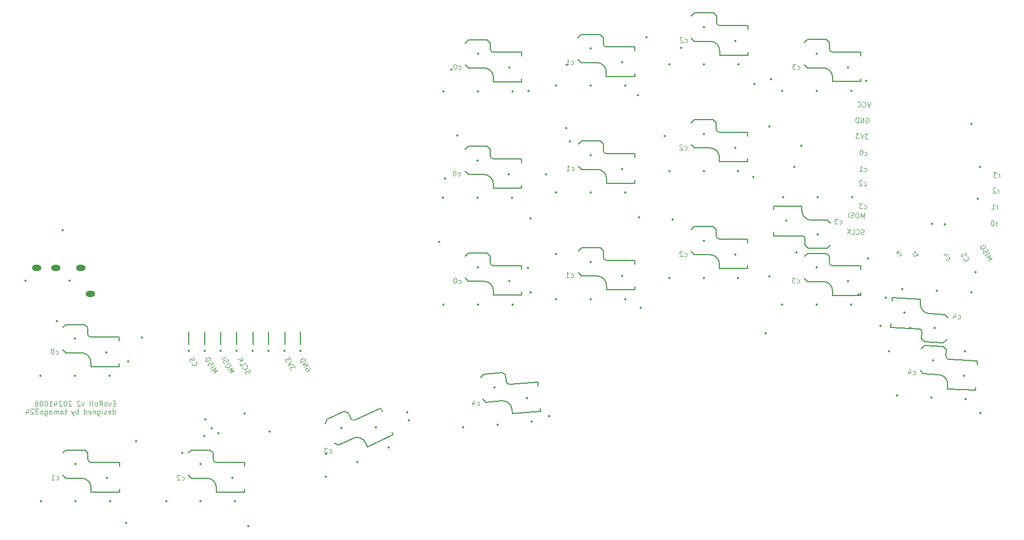
<source format=gbo>
%TF.GenerationSoftware,KiCad,Pcbnew,7.0.7*%
%TF.CreationDate,2024-10-06T22:50:33+09:00*%
%TF.ProjectId,evoroll,65766f72-6f6c-46c2-9e6b-696361645f70,rev?*%
%TF.SameCoordinates,Original*%
%TF.FileFunction,Legend,Bot*%
%TF.FilePolarity,Positive*%
%FSLAX46Y46*%
G04 Gerber Fmt 4.6, Leading zero omitted, Abs format (unit mm)*
G04 Created by KiCad (PCBNEW 7.0.7) date 2024-10-06 22:50:33*
%MOMM*%
%LPD*%
G01*
G04 APERTURE LIST*
%ADD10C,0.100000*%
%ADD11C,0.080000*%
%ADD12C,0.150000*%
%ADD13C,0.200000*%
%ADD14C,0.350000*%
%ADD15O,1.500000X1.000000*%
G04 APERTURE END LIST*
D10*
X50111158Y-80276515D02*
X50803979Y-79876515D01*
X50803979Y-79876515D02*
X50175774Y-79931289D01*
X50175774Y-79931289D02*
X50537312Y-79414635D01*
X50537312Y-79414635D02*
X49844492Y-79814635D01*
X50270645Y-78952754D02*
X50194455Y-78820789D01*
X50194455Y-78820789D02*
X50123368Y-78773853D01*
X50123368Y-78773853D02*
X50019290Y-78745966D01*
X50019290Y-78745966D02*
X49868276Y-78789165D01*
X49868276Y-78789165D02*
X49637336Y-78922498D01*
X49637336Y-78922498D02*
X49524418Y-79031680D01*
X49524418Y-79031680D02*
X49496531Y-79135758D01*
X49496531Y-79135758D02*
X49501634Y-79220789D01*
X49501634Y-79220789D02*
X49577825Y-79352754D01*
X49577825Y-79352754D02*
X49648911Y-79399690D01*
X49648911Y-79399690D02*
X49752990Y-79427577D01*
X49752990Y-79427577D02*
X49904003Y-79384378D01*
X49904003Y-79384378D02*
X50134943Y-79251045D01*
X50134943Y-79251045D02*
X50247861Y-79141863D01*
X50247861Y-79141863D02*
X50275749Y-79037785D01*
X50275749Y-79037785D02*
X50270645Y-78952754D01*
X49287007Y-78772852D02*
X49196873Y-78692926D01*
X49196873Y-78692926D02*
X49101634Y-78527968D01*
X49101634Y-78527968D02*
X49096531Y-78442938D01*
X49096531Y-78442938D02*
X49110474Y-78390899D01*
X49110474Y-78390899D02*
X49157410Y-78319812D01*
X49157410Y-78319812D02*
X49223393Y-78281717D01*
X49223393Y-78281717D02*
X49308423Y-78276613D01*
X49308423Y-78276613D02*
X49360462Y-78290557D01*
X49360462Y-78290557D02*
X49431549Y-78337492D01*
X49431549Y-78337492D02*
X49540731Y-78450410D01*
X49540731Y-78450410D02*
X49611817Y-78497346D01*
X49611817Y-78497346D02*
X49663857Y-78511289D01*
X49663857Y-78511289D02*
X49748887Y-78506186D01*
X49748887Y-78506186D02*
X49814870Y-78468090D01*
X49814870Y-78468090D02*
X49861805Y-78397004D01*
X49861805Y-78397004D02*
X49875749Y-78344965D01*
X49875749Y-78344965D02*
X49870645Y-78259934D01*
X49870645Y-78259934D02*
X49775407Y-78094977D01*
X49775407Y-78094977D02*
X49685273Y-78015050D01*
X48854015Y-78099079D02*
X49546836Y-77699079D01*
D11*
X104489035Y-31059840D02*
X104565226Y-31097935D01*
X104565226Y-31097935D02*
X104717607Y-31097935D01*
X104717607Y-31097935D02*
X104793797Y-31059840D01*
X104793797Y-31059840D02*
X104831892Y-31021744D01*
X104831892Y-31021744D02*
X104869988Y-30945554D01*
X104869988Y-30945554D02*
X104869988Y-30716982D01*
X104869988Y-30716982D02*
X104831892Y-30640792D01*
X104831892Y-30640792D02*
X104793797Y-30602697D01*
X104793797Y-30602697D02*
X104717607Y-30564601D01*
X104717607Y-30564601D02*
X104565226Y-30564601D01*
X104565226Y-30564601D02*
X104489035Y-30602697D01*
X103727131Y-31097935D02*
X104184274Y-31097935D01*
X103955702Y-31097935D02*
X103955702Y-30297935D01*
X103955702Y-30297935D02*
X104031893Y-30412220D01*
X104031893Y-30412220D02*
X104108083Y-30488411D01*
X104108083Y-30488411D02*
X104184274Y-30526506D01*
D10*
X52788197Y-80440459D02*
X52698063Y-80360532D01*
X52698063Y-80360532D02*
X52602825Y-80195575D01*
X52602825Y-80195575D02*
X52597721Y-80110544D01*
X52597721Y-80110544D02*
X52611665Y-80058505D01*
X52611665Y-80058505D02*
X52658600Y-79987419D01*
X52658600Y-79987419D02*
X52724583Y-79949323D01*
X52724583Y-79949323D02*
X52809614Y-79944220D01*
X52809614Y-79944220D02*
X52861653Y-79958163D01*
X52861653Y-79958163D02*
X52932739Y-80005099D01*
X52932739Y-80005099D02*
X53041921Y-80118017D01*
X53041921Y-80118017D02*
X53113008Y-80164952D01*
X53113008Y-80164952D02*
X53165047Y-80178896D01*
X53165047Y-80178896D02*
X53250078Y-80173792D01*
X53250078Y-80173792D02*
X53316060Y-80135697D01*
X53316060Y-80135697D02*
X53362996Y-80064610D01*
X53362996Y-80064610D02*
X53376940Y-80012571D01*
X53376940Y-80012571D02*
X53371836Y-79927541D01*
X53371836Y-79927541D02*
X53276598Y-79762583D01*
X53276598Y-79762583D02*
X53186463Y-79682657D01*
X52192617Y-79332693D02*
X52178673Y-79384732D01*
X52178673Y-79384732D02*
X52202825Y-79502754D01*
X52202825Y-79502754D02*
X52240920Y-79568737D01*
X52240920Y-79568737D02*
X52331054Y-79648664D01*
X52331054Y-79648664D02*
X52435132Y-79676552D01*
X52435132Y-79676552D02*
X52520163Y-79671448D01*
X52520163Y-79671448D02*
X52671176Y-79628249D01*
X52671176Y-79628249D02*
X52770151Y-79571106D01*
X52770151Y-79571106D02*
X52883069Y-79461924D01*
X52883069Y-79461924D02*
X52930004Y-79390837D01*
X52930004Y-79390837D02*
X52957892Y-79286759D01*
X52957892Y-79286759D02*
X52933740Y-79168737D01*
X52933740Y-79168737D02*
X52895645Y-79102754D01*
X52895645Y-79102754D02*
X52805511Y-79022828D01*
X52805511Y-79022828D02*
X52753472Y-79008884D01*
X51764730Y-78743951D02*
X51955206Y-79073866D01*
X51955206Y-79073866D02*
X52648026Y-78673866D01*
X51631396Y-78513011D02*
X52324217Y-78113011D01*
X51402825Y-78117114D02*
X51970151Y-78185465D01*
X52095645Y-77717114D02*
X51928319Y-78341582D01*
D11*
X151187567Y-55610351D02*
X151229436Y-54811448D01*
X151229436Y-54811448D02*
X150933228Y-55368137D01*
X150933228Y-55368137D02*
X150696833Y-54783535D01*
X150696833Y-54783535D02*
X150654965Y-55582439D01*
X150164231Y-54755623D02*
X150012059Y-54747648D01*
X150012059Y-54747648D02*
X149933979Y-54781703D01*
X149933979Y-54781703D02*
X149853905Y-54853802D01*
X149853905Y-54853802D02*
X149807887Y-55003980D01*
X149807887Y-55003980D02*
X149793931Y-55270281D01*
X149793931Y-55270281D02*
X149823999Y-55424447D01*
X149823999Y-55424447D02*
X149896098Y-55504521D01*
X149896098Y-55504521D02*
X149970190Y-55546551D01*
X149970190Y-55546551D02*
X150122362Y-55554526D01*
X150122362Y-55554526D02*
X150200442Y-55520471D01*
X150200442Y-55520471D02*
X150280515Y-55448372D01*
X150280515Y-55448372D02*
X150326533Y-55298194D01*
X150326533Y-55298194D02*
X150340490Y-55031893D01*
X150340490Y-55031893D02*
X150310422Y-54877727D01*
X150310422Y-54877727D02*
X150238323Y-54797653D01*
X150238323Y-54797653D02*
X150164231Y-54755623D01*
X149477624Y-55482590D02*
X149361502Y-55514651D01*
X149361502Y-55514651D02*
X149171287Y-55504683D01*
X149171287Y-55504683D02*
X149097194Y-55462652D01*
X149097194Y-55462652D02*
X149061145Y-55422615D01*
X149061145Y-55422615D02*
X149027089Y-55344535D01*
X149027089Y-55344535D02*
X149031077Y-55268449D01*
X149031077Y-55268449D02*
X149073107Y-55194357D01*
X149073107Y-55194357D02*
X149113144Y-55158308D01*
X149113144Y-55158308D02*
X149191224Y-55124252D01*
X149191224Y-55124252D02*
X149345390Y-55094184D01*
X149345390Y-55094184D02*
X149423470Y-55060129D01*
X149423470Y-55060129D02*
X149463506Y-55024079D01*
X149463506Y-55024079D02*
X149505537Y-54949987D01*
X149505537Y-54949987D02*
X149509525Y-54873901D01*
X149509525Y-54873901D02*
X149475469Y-54795821D01*
X149475469Y-54795821D02*
X149439420Y-54755784D01*
X149439420Y-54755784D02*
X149365327Y-54713754D01*
X149365327Y-54713754D02*
X149175112Y-54703785D01*
X149175112Y-54703785D02*
X149058989Y-54735847D01*
X148676727Y-55478764D02*
X148718596Y-54679860D01*
X151483969Y-39677560D02*
X151562049Y-39643504D01*
X151562049Y-39643504D02*
X151676178Y-39649485D01*
X151676178Y-39649485D02*
X151788313Y-39693510D01*
X151788313Y-39693510D02*
X151860412Y-39773583D01*
X151860412Y-39773583D02*
X151894467Y-39851663D01*
X151894467Y-39851663D02*
X151924535Y-40005829D01*
X151924535Y-40005829D02*
X151918554Y-40119958D01*
X151918554Y-40119958D02*
X151872536Y-40270136D01*
X151872536Y-40270136D02*
X151830505Y-40344229D01*
X151830505Y-40344229D02*
X151750432Y-40416327D01*
X151750432Y-40416327D02*
X151634309Y-40448389D01*
X151634309Y-40448389D02*
X151558223Y-40444401D01*
X151558223Y-40444401D02*
X151446088Y-40400377D01*
X151446088Y-40400377D02*
X151410038Y-40360340D01*
X151410038Y-40360340D02*
X151423995Y-40094039D01*
X151423995Y-40094039D02*
X151576167Y-40102014D01*
X151063664Y-40418483D02*
X151105532Y-39619579D01*
X151105532Y-39619579D02*
X150607147Y-40394558D01*
X150607147Y-40394558D02*
X150649016Y-39595654D01*
X150226717Y-40374620D02*
X150268586Y-39575716D01*
X150268586Y-39575716D02*
X150078371Y-39565748D01*
X150078371Y-39565748D02*
X149962248Y-39597809D01*
X149962248Y-39597809D02*
X149882174Y-39669908D01*
X149882174Y-39669908D02*
X149840144Y-39744000D01*
X149840144Y-39744000D02*
X149794126Y-39894179D01*
X149794126Y-39894179D02*
X149788144Y-40008308D01*
X149788144Y-40008308D02*
X149818213Y-40162474D01*
X149818213Y-40162474D02*
X149852268Y-40240554D01*
X149852268Y-40240554D02*
X149924367Y-40320627D01*
X149924367Y-40320627D02*
X150036502Y-40364651D01*
X150036502Y-40364651D02*
X150226717Y-40374620D01*
D10*
X62786463Y-79282657D02*
X62857550Y-79329592D01*
X62857550Y-79329592D02*
X62914693Y-79428566D01*
X62914693Y-79428566D02*
X62938844Y-79546588D01*
X62938844Y-79546588D02*
X62910957Y-79650666D01*
X62910957Y-79650666D02*
X62864021Y-79721753D01*
X62864021Y-79721753D02*
X62751103Y-79830935D01*
X62751103Y-79830935D02*
X62652129Y-79888078D01*
X62652129Y-79888078D02*
X62501115Y-79931277D01*
X62501115Y-79931277D02*
X62416085Y-79936381D01*
X62416085Y-79936381D02*
X62312007Y-79908493D01*
X62312007Y-79908493D02*
X62221873Y-79828566D01*
X62221873Y-79828566D02*
X62183777Y-79762583D01*
X62183777Y-79762583D02*
X62159626Y-79644561D01*
X62159626Y-79644561D02*
X62173570Y-79592522D01*
X62173570Y-79592522D02*
X62404510Y-79459189D01*
X62404510Y-79459189D02*
X62480700Y-79591155D01*
X61936158Y-79333695D02*
X62628979Y-78933695D01*
X62628979Y-78933695D02*
X61707587Y-78937797D01*
X61707587Y-78937797D02*
X62400407Y-78537797D01*
X61517111Y-78607883D02*
X62209931Y-78207883D01*
X62209931Y-78207883D02*
X62114693Y-78042926D01*
X62114693Y-78042926D02*
X62024559Y-77962999D01*
X62024559Y-77962999D02*
X61920481Y-77935111D01*
X61920481Y-77935111D02*
X61835450Y-77940215D01*
X61835450Y-77940215D02*
X61684437Y-77983414D01*
X61684437Y-77983414D02*
X61585462Y-78040557D01*
X61585462Y-78040557D02*
X61472544Y-78149739D01*
X61472544Y-78149739D02*
X61425609Y-78220826D01*
X61425609Y-78220826D02*
X61397721Y-78324904D01*
X61397721Y-78324904D02*
X61421873Y-78442926D01*
X61421873Y-78442926D02*
X61517111Y-78607883D01*
D11*
X89489035Y-85384840D02*
X89565226Y-85422935D01*
X89565226Y-85422935D02*
X89717607Y-85422935D01*
X89717607Y-85422935D02*
X89793797Y-85384840D01*
X89793797Y-85384840D02*
X89831892Y-85346744D01*
X89831892Y-85346744D02*
X89869988Y-85270554D01*
X89869988Y-85270554D02*
X89869988Y-85041982D01*
X89869988Y-85041982D02*
X89831892Y-84965792D01*
X89831892Y-84965792D02*
X89793797Y-84927697D01*
X89793797Y-84927697D02*
X89717607Y-84889601D01*
X89717607Y-84889601D02*
X89565226Y-84889601D01*
X89565226Y-84889601D02*
X89489035Y-84927697D01*
X88803321Y-84889601D02*
X88803321Y-85422935D01*
X88993797Y-84584840D02*
X89184274Y-85156268D01*
X89184274Y-85156268D02*
X88689035Y-85156268D01*
X159610860Y-61520738D02*
X159458479Y-61256806D01*
X159784657Y-61288430D02*
X159190811Y-61631287D01*
X159190811Y-61631287D02*
X159105780Y-61636391D01*
X159105780Y-61636391D02*
X159034694Y-61589456D01*
X159034694Y-61589456D02*
X158996598Y-61523473D01*
X158863265Y-61292533D02*
X159325145Y-61025866D01*
X159193180Y-61102056D02*
X159240115Y-61030970D01*
X159240115Y-61030970D02*
X159254059Y-60978931D01*
X159254059Y-60978931D02*
X159248955Y-60893900D01*
X159248955Y-60893900D02*
X159210860Y-60827917D01*
X22439035Y-77209840D02*
X22515226Y-77247935D01*
X22515226Y-77247935D02*
X22667607Y-77247935D01*
X22667607Y-77247935D02*
X22743797Y-77209840D01*
X22743797Y-77209840D02*
X22781892Y-77171744D01*
X22781892Y-77171744D02*
X22819988Y-77095554D01*
X22819988Y-77095554D02*
X22819988Y-76866982D01*
X22819988Y-76866982D02*
X22781892Y-76790792D01*
X22781892Y-76790792D02*
X22743797Y-76752697D01*
X22743797Y-76752697D02*
X22667607Y-76714601D01*
X22667607Y-76714601D02*
X22515226Y-76714601D01*
X22515226Y-76714601D02*
X22439035Y-76752697D01*
X21943797Y-76447935D02*
X21867607Y-76447935D01*
X21867607Y-76447935D02*
X21791416Y-76486030D01*
X21791416Y-76486030D02*
X21753321Y-76524125D01*
X21753321Y-76524125D02*
X21715226Y-76600316D01*
X21715226Y-76600316D02*
X21677131Y-76752697D01*
X21677131Y-76752697D02*
X21677131Y-76943173D01*
X21677131Y-76943173D02*
X21715226Y-77095554D01*
X21715226Y-77095554D02*
X21753321Y-77171744D01*
X21753321Y-77171744D02*
X21791416Y-77209840D01*
X21791416Y-77209840D02*
X21867607Y-77247935D01*
X21867607Y-77247935D02*
X21943797Y-77247935D01*
X21943797Y-77247935D02*
X22019988Y-77209840D01*
X22019988Y-77209840D02*
X22058083Y-77171744D01*
X22058083Y-77171744D02*
X22096178Y-77095554D01*
X22096178Y-77095554D02*
X22134274Y-76943173D01*
X22134274Y-76943173D02*
X22134274Y-76752697D01*
X22134274Y-76752697D02*
X22096178Y-76600316D01*
X22096178Y-76600316D02*
X22058083Y-76524125D01*
X22058083Y-76524125D02*
X22019988Y-76486030D01*
X22019988Y-76486030D02*
X21943797Y-76447935D01*
X65989035Y-92959840D02*
X66065226Y-92997935D01*
X66065226Y-92997935D02*
X66217607Y-92997935D01*
X66217607Y-92997935D02*
X66293797Y-92959840D01*
X66293797Y-92959840D02*
X66331892Y-92921744D01*
X66331892Y-92921744D02*
X66369988Y-92845554D01*
X66369988Y-92845554D02*
X66369988Y-92616982D01*
X66369988Y-92616982D02*
X66331892Y-92540792D01*
X66331892Y-92540792D02*
X66293797Y-92502697D01*
X66293797Y-92502697D02*
X66217607Y-92464601D01*
X66217607Y-92464601D02*
X66065226Y-92464601D01*
X66065226Y-92464601D02*
X65989035Y-92502697D01*
X65722369Y-92197935D02*
X65227131Y-92197935D01*
X65227131Y-92197935D02*
X65493797Y-92502697D01*
X65493797Y-92502697D02*
X65379512Y-92502697D01*
X65379512Y-92502697D02*
X65303321Y-92540792D01*
X65303321Y-92540792D02*
X65265226Y-92578887D01*
X65265226Y-92578887D02*
X65227131Y-92655078D01*
X65227131Y-92655078D02*
X65227131Y-92845554D01*
X65227131Y-92845554D02*
X65265226Y-92921744D01*
X65265226Y-92921744D02*
X65303321Y-92959840D01*
X65303321Y-92959840D02*
X65379512Y-92997935D01*
X65379512Y-92997935D02*
X65608083Y-92997935D01*
X65608083Y-92997935D02*
X65684274Y-92959840D01*
X65684274Y-92959840D02*
X65722369Y-92921744D01*
X22514035Y-97234840D02*
X22590226Y-97272935D01*
X22590226Y-97272935D02*
X22742607Y-97272935D01*
X22742607Y-97272935D02*
X22818797Y-97234840D01*
X22818797Y-97234840D02*
X22856892Y-97196744D01*
X22856892Y-97196744D02*
X22894988Y-97120554D01*
X22894988Y-97120554D02*
X22894988Y-96891982D01*
X22894988Y-96891982D02*
X22856892Y-96815792D01*
X22856892Y-96815792D02*
X22818797Y-96777697D01*
X22818797Y-96777697D02*
X22742607Y-96739601D01*
X22742607Y-96739601D02*
X22590226Y-96739601D01*
X22590226Y-96739601D02*
X22514035Y-96777697D01*
X21752131Y-97272935D02*
X22209274Y-97272935D01*
X21980702Y-97272935D02*
X21980702Y-96472935D01*
X21980702Y-96472935D02*
X22056893Y-96587220D01*
X22056893Y-96587220D02*
X22133083Y-96663411D01*
X22133083Y-96663411D02*
X22209274Y-96701506D01*
X140464035Y-65884840D02*
X140540226Y-65922935D01*
X140540226Y-65922935D02*
X140692607Y-65922935D01*
X140692607Y-65922935D02*
X140768797Y-65884840D01*
X140768797Y-65884840D02*
X140806892Y-65846744D01*
X140806892Y-65846744D02*
X140844988Y-65770554D01*
X140844988Y-65770554D02*
X140844988Y-65541982D01*
X140844988Y-65541982D02*
X140806892Y-65465792D01*
X140806892Y-65465792D02*
X140768797Y-65427697D01*
X140768797Y-65427697D02*
X140692607Y-65389601D01*
X140692607Y-65389601D02*
X140540226Y-65389601D01*
X140540226Y-65389601D02*
X140464035Y-65427697D01*
X140197369Y-65122935D02*
X139702131Y-65122935D01*
X139702131Y-65122935D02*
X139968797Y-65427697D01*
X139968797Y-65427697D02*
X139854512Y-65427697D01*
X139854512Y-65427697D02*
X139778321Y-65465792D01*
X139778321Y-65465792D02*
X139740226Y-65503887D01*
X139740226Y-65503887D02*
X139702131Y-65580078D01*
X139702131Y-65580078D02*
X139702131Y-65770554D01*
X139702131Y-65770554D02*
X139740226Y-65846744D01*
X139740226Y-65846744D02*
X139778321Y-65884840D01*
X139778321Y-65884840D02*
X139854512Y-65922935D01*
X139854512Y-65922935D02*
X140083083Y-65922935D01*
X140083083Y-65922935D02*
X140159274Y-65884840D01*
X140159274Y-65884840D02*
X140197369Y-65846744D01*
D10*
X44123570Y-78742522D02*
X44109626Y-78794561D01*
X44109626Y-78794561D02*
X44133777Y-78912583D01*
X44133777Y-78912583D02*
X44171873Y-78978566D01*
X44171873Y-78978566D02*
X44262007Y-79058493D01*
X44262007Y-79058493D02*
X44366085Y-79086381D01*
X44366085Y-79086381D02*
X44451115Y-79081277D01*
X44451115Y-79081277D02*
X44602129Y-79038078D01*
X44602129Y-79038078D02*
X44701103Y-78980935D01*
X44701103Y-78980935D02*
X44814021Y-78871753D01*
X44814021Y-78871753D02*
X44860957Y-78800666D01*
X44860957Y-78800666D02*
X44888844Y-78696588D01*
X44888844Y-78696588D02*
X44864693Y-78578566D01*
X44864693Y-78578566D02*
X44826598Y-78512583D01*
X44826598Y-78512583D02*
X44736463Y-78432657D01*
X44736463Y-78432657D02*
X44684424Y-78418713D01*
X43938197Y-78497638D02*
X43848063Y-78417712D01*
X43848063Y-78417712D02*
X43752825Y-78252755D01*
X43752825Y-78252755D02*
X43747721Y-78167724D01*
X43747721Y-78167724D02*
X43761665Y-78115685D01*
X43761665Y-78115685D02*
X43808600Y-78044598D01*
X43808600Y-78044598D02*
X43874583Y-78006503D01*
X43874583Y-78006503D02*
X43959614Y-78001399D01*
X43959614Y-78001399D02*
X44011653Y-78015343D01*
X44011653Y-78015343D02*
X44082739Y-78062278D01*
X44082739Y-78062278D02*
X44191921Y-78175196D01*
X44191921Y-78175196D02*
X44263008Y-78222132D01*
X44263008Y-78222132D02*
X44315047Y-78236076D01*
X44315047Y-78236076D02*
X44400078Y-78230972D01*
X44400078Y-78230972D02*
X44466060Y-78192877D01*
X44466060Y-78192877D02*
X44512996Y-78121790D01*
X44512996Y-78121790D02*
X44526940Y-78069751D01*
X44526940Y-78069751D02*
X44521836Y-77984720D01*
X44521836Y-77984720D02*
X44426598Y-77819763D01*
X44426598Y-77819763D02*
X44336463Y-77739836D01*
D11*
X104464035Y-64984840D02*
X104540226Y-65022935D01*
X104540226Y-65022935D02*
X104692607Y-65022935D01*
X104692607Y-65022935D02*
X104768797Y-64984840D01*
X104768797Y-64984840D02*
X104806892Y-64946744D01*
X104806892Y-64946744D02*
X104844988Y-64870554D01*
X104844988Y-64870554D02*
X104844988Y-64641982D01*
X104844988Y-64641982D02*
X104806892Y-64565792D01*
X104806892Y-64565792D02*
X104768797Y-64527697D01*
X104768797Y-64527697D02*
X104692607Y-64489601D01*
X104692607Y-64489601D02*
X104540226Y-64489601D01*
X104540226Y-64489601D02*
X104464035Y-64527697D01*
X103702131Y-65022935D02*
X104159274Y-65022935D01*
X103930702Y-65022935D02*
X103930702Y-64222935D01*
X103930702Y-64222935D02*
X104006893Y-64337220D01*
X104006893Y-64337220D02*
X104083083Y-64413411D01*
X104083083Y-64413411D02*
X104159274Y-64451506D01*
X151172174Y-48129365D02*
X151246266Y-48171395D01*
X151246266Y-48171395D02*
X151398438Y-48179370D01*
X151398438Y-48179370D02*
X151476518Y-48145315D01*
X151476518Y-48145315D02*
X151516555Y-48109265D01*
X151516555Y-48109265D02*
X151558585Y-48035173D01*
X151558585Y-48035173D02*
X151570548Y-47806915D01*
X151570548Y-47806915D02*
X151536492Y-47728835D01*
X151536492Y-47728835D02*
X151500443Y-47688798D01*
X151500443Y-47688798D02*
X151426351Y-47646768D01*
X151426351Y-47646768D02*
X151274178Y-47638793D01*
X151274178Y-47638793D02*
X151196099Y-47672848D01*
X150409320Y-48127533D02*
X150865836Y-48151458D01*
X150637578Y-48139495D02*
X150679446Y-47340591D01*
X150679446Y-47340591D02*
X150749551Y-47458708D01*
X150749551Y-47458708D02*
X150821650Y-47538782D01*
X150821650Y-47538782D02*
X150895742Y-47580812D01*
X172562567Y-51610351D02*
X172590480Y-51077749D01*
X172582505Y-51229921D02*
X172548449Y-51151841D01*
X172548449Y-51151841D02*
X172512400Y-51111804D01*
X172512400Y-51111804D02*
X172438308Y-51069774D01*
X172438308Y-51069774D02*
X172362221Y-51065786D01*
X172143932Y-50863609D02*
X172107883Y-50823572D01*
X172107883Y-50823572D02*
X172033791Y-50781541D01*
X172033791Y-50781541D02*
X171843575Y-50771573D01*
X171843575Y-50771573D02*
X171765496Y-50805628D01*
X171765496Y-50805628D02*
X171725459Y-50841678D01*
X171725459Y-50841678D02*
X171683428Y-50915770D01*
X171683428Y-50915770D02*
X171679441Y-50991856D01*
X171679441Y-50991856D02*
X171711503Y-51107979D01*
X171711503Y-51107979D02*
X172144094Y-51588420D01*
X172144094Y-51588420D02*
X171649535Y-51562501D01*
X140539035Y-31834840D02*
X140615226Y-31872935D01*
X140615226Y-31872935D02*
X140767607Y-31872935D01*
X140767607Y-31872935D02*
X140843797Y-31834840D01*
X140843797Y-31834840D02*
X140881892Y-31796744D01*
X140881892Y-31796744D02*
X140919988Y-31720554D01*
X140919988Y-31720554D02*
X140919988Y-31491982D01*
X140919988Y-31491982D02*
X140881892Y-31415792D01*
X140881892Y-31415792D02*
X140843797Y-31377697D01*
X140843797Y-31377697D02*
X140767607Y-31339601D01*
X140767607Y-31339601D02*
X140615226Y-31339601D01*
X140615226Y-31339601D02*
X140539035Y-31377697D01*
X140272369Y-31072935D02*
X139777131Y-31072935D01*
X139777131Y-31072935D02*
X140043797Y-31377697D01*
X140043797Y-31377697D02*
X139929512Y-31377697D01*
X139929512Y-31377697D02*
X139853321Y-31415792D01*
X139853321Y-31415792D02*
X139815226Y-31453887D01*
X139815226Y-31453887D02*
X139777131Y-31530078D01*
X139777131Y-31530078D02*
X139777131Y-31720554D01*
X139777131Y-31720554D02*
X139815226Y-31796744D01*
X139815226Y-31796744D02*
X139853321Y-31834840D01*
X139853321Y-31834840D02*
X139929512Y-31872935D01*
X139929512Y-31872935D02*
X140158083Y-31872935D01*
X140158083Y-31872935D02*
X140234274Y-31834840D01*
X140234274Y-31834840D02*
X140272369Y-31796744D01*
X122539035Y-44659840D02*
X122615226Y-44697935D01*
X122615226Y-44697935D02*
X122767607Y-44697935D01*
X122767607Y-44697935D02*
X122843797Y-44659840D01*
X122843797Y-44659840D02*
X122881892Y-44621744D01*
X122881892Y-44621744D02*
X122919988Y-44545554D01*
X122919988Y-44545554D02*
X122919988Y-44316982D01*
X122919988Y-44316982D02*
X122881892Y-44240792D01*
X122881892Y-44240792D02*
X122843797Y-44202697D01*
X122843797Y-44202697D02*
X122767607Y-44164601D01*
X122767607Y-44164601D02*
X122615226Y-44164601D01*
X122615226Y-44164601D02*
X122539035Y-44202697D01*
X122234274Y-43974125D02*
X122196178Y-43936030D01*
X122196178Y-43936030D02*
X122119988Y-43897935D01*
X122119988Y-43897935D02*
X121929512Y-43897935D01*
X121929512Y-43897935D02*
X121853321Y-43936030D01*
X121853321Y-43936030D02*
X121815226Y-43974125D01*
X121815226Y-43974125D02*
X121777131Y-44050316D01*
X121777131Y-44050316D02*
X121777131Y-44126506D01*
X121777131Y-44126506D02*
X121815226Y-44240792D01*
X121815226Y-44240792D02*
X122272369Y-44697935D01*
X122272369Y-44697935D02*
X121777131Y-44697935D01*
X104564035Y-47984840D02*
X104640226Y-48022935D01*
X104640226Y-48022935D02*
X104792607Y-48022935D01*
X104792607Y-48022935D02*
X104868797Y-47984840D01*
X104868797Y-47984840D02*
X104906892Y-47946744D01*
X104906892Y-47946744D02*
X104944988Y-47870554D01*
X104944988Y-47870554D02*
X104944988Y-47641982D01*
X104944988Y-47641982D02*
X104906892Y-47565792D01*
X104906892Y-47565792D02*
X104868797Y-47527697D01*
X104868797Y-47527697D02*
X104792607Y-47489601D01*
X104792607Y-47489601D02*
X104640226Y-47489601D01*
X104640226Y-47489601D02*
X104564035Y-47527697D01*
X103802131Y-48022935D02*
X104259274Y-48022935D01*
X104030702Y-48022935D02*
X104030702Y-47222935D01*
X104030702Y-47222935D02*
X104106893Y-47337220D01*
X104106893Y-47337220D02*
X104183083Y-47413411D01*
X104183083Y-47413411D02*
X104259274Y-47451506D01*
X164228399Y-62047460D02*
X164233503Y-62132490D01*
X164233503Y-62132490D02*
X164309694Y-62264456D01*
X164309694Y-62264456D02*
X164380780Y-62311391D01*
X164380780Y-62311391D02*
X164432819Y-62325335D01*
X164432819Y-62325335D02*
X164517850Y-62320231D01*
X164517850Y-62320231D02*
X164715799Y-62205945D01*
X164715799Y-62205945D02*
X164762734Y-62134859D01*
X164762734Y-62134859D02*
X164776678Y-62082820D01*
X164776678Y-62082820D02*
X164771574Y-61997789D01*
X164771574Y-61997789D02*
X164695383Y-61865823D01*
X164695383Y-61865823D02*
X164624297Y-61818888D01*
X164314431Y-61205995D02*
X163852551Y-61472661D01*
X164673601Y-61218571D02*
X164273967Y-61669242D01*
X164273967Y-61669242D02*
X164026348Y-61240354D01*
X86464035Y-48834840D02*
X86540226Y-48872935D01*
X86540226Y-48872935D02*
X86692607Y-48872935D01*
X86692607Y-48872935D02*
X86768797Y-48834840D01*
X86768797Y-48834840D02*
X86806892Y-48796744D01*
X86806892Y-48796744D02*
X86844988Y-48720554D01*
X86844988Y-48720554D02*
X86844988Y-48491982D01*
X86844988Y-48491982D02*
X86806892Y-48415792D01*
X86806892Y-48415792D02*
X86768797Y-48377697D01*
X86768797Y-48377697D02*
X86692607Y-48339601D01*
X86692607Y-48339601D02*
X86540226Y-48339601D01*
X86540226Y-48339601D02*
X86464035Y-48377697D01*
X85968797Y-48072935D02*
X85892607Y-48072935D01*
X85892607Y-48072935D02*
X85816416Y-48111030D01*
X85816416Y-48111030D02*
X85778321Y-48149125D01*
X85778321Y-48149125D02*
X85740226Y-48225316D01*
X85740226Y-48225316D02*
X85702131Y-48377697D01*
X85702131Y-48377697D02*
X85702131Y-48568173D01*
X85702131Y-48568173D02*
X85740226Y-48720554D01*
X85740226Y-48720554D02*
X85778321Y-48796744D01*
X85778321Y-48796744D02*
X85816416Y-48834840D01*
X85816416Y-48834840D02*
X85892607Y-48872935D01*
X85892607Y-48872935D02*
X85968797Y-48872935D01*
X85968797Y-48872935D02*
X86044988Y-48834840D01*
X86044988Y-48834840D02*
X86083083Y-48796744D01*
X86083083Y-48796744D02*
X86121178Y-48720554D01*
X86121178Y-48720554D02*
X86159274Y-48568173D01*
X86159274Y-48568173D02*
X86159274Y-48377697D01*
X86159274Y-48377697D02*
X86121178Y-48225316D01*
X86121178Y-48225316D02*
X86083083Y-48149125D01*
X86083083Y-48149125D02*
X86044988Y-48111030D01*
X86044988Y-48111030D02*
X85968797Y-48072935D01*
X151072174Y-50379365D02*
X151146266Y-50421395D01*
X151146266Y-50421395D02*
X151298438Y-50429370D01*
X151298438Y-50429370D02*
X151376518Y-50395315D01*
X151376518Y-50395315D02*
X151416555Y-50359265D01*
X151416555Y-50359265D02*
X151458585Y-50285173D01*
X151458585Y-50285173D02*
X151470548Y-50056915D01*
X151470548Y-50056915D02*
X151436492Y-49978835D01*
X151436492Y-49978835D02*
X151400443Y-49938798D01*
X151400443Y-49938798D02*
X151326351Y-49896768D01*
X151326351Y-49896768D02*
X151174178Y-49888793D01*
X151174178Y-49888793D02*
X151096099Y-49922848D01*
X150803717Y-49678640D02*
X150767668Y-49638603D01*
X150767668Y-49638603D02*
X150693576Y-49596573D01*
X150693576Y-49596573D02*
X150503360Y-49586604D01*
X150503360Y-49586604D02*
X150425281Y-49620660D01*
X150425281Y-49620660D02*
X150385244Y-49656709D01*
X150385244Y-49656709D02*
X150343213Y-49730801D01*
X150343213Y-49730801D02*
X150339226Y-49806887D01*
X150339226Y-49806887D02*
X150371288Y-49923010D01*
X150371288Y-49923010D02*
X150803879Y-50403451D01*
X150803879Y-50403451D02*
X150309320Y-50377533D01*
X172712567Y-49160351D02*
X172740480Y-48627749D01*
X172732505Y-48779921D02*
X172698449Y-48701841D01*
X172698449Y-48701841D02*
X172662400Y-48661804D01*
X172662400Y-48661804D02*
X172588308Y-48619774D01*
X172588308Y-48619774D02*
X172512221Y-48615786D01*
X172335963Y-48339516D02*
X171841403Y-48313598D01*
X171841403Y-48313598D02*
X172091754Y-48631898D01*
X172091754Y-48631898D02*
X171977625Y-48625917D01*
X171977625Y-48625917D02*
X171899546Y-48659972D01*
X171899546Y-48659972D02*
X171859509Y-48696022D01*
X171859509Y-48696022D02*
X171817478Y-48770114D01*
X171817478Y-48770114D02*
X171807510Y-48960329D01*
X171807510Y-48960329D02*
X171841565Y-49038409D01*
X171841565Y-49038409D02*
X171877614Y-49078446D01*
X171877614Y-49078446D02*
X171951707Y-49120476D01*
X171951707Y-49120476D02*
X172179965Y-49132439D01*
X172179965Y-49132439D02*
X172258045Y-49098383D01*
X172258045Y-49098383D02*
X172298081Y-49062334D01*
X147239035Y-56484840D02*
X147315226Y-56522935D01*
X147315226Y-56522935D02*
X147467607Y-56522935D01*
X147467607Y-56522935D02*
X147543797Y-56484840D01*
X147543797Y-56484840D02*
X147581892Y-56446744D01*
X147581892Y-56446744D02*
X147619988Y-56370554D01*
X147619988Y-56370554D02*
X147619988Y-56141982D01*
X147619988Y-56141982D02*
X147581892Y-56065792D01*
X147581892Y-56065792D02*
X147543797Y-56027697D01*
X147543797Y-56027697D02*
X147467607Y-55989601D01*
X147467607Y-55989601D02*
X147315226Y-55989601D01*
X147315226Y-55989601D02*
X147239035Y-56027697D01*
X146972369Y-55722935D02*
X146477131Y-55722935D01*
X146477131Y-55722935D02*
X146743797Y-56027697D01*
X146743797Y-56027697D02*
X146629512Y-56027697D01*
X146629512Y-56027697D02*
X146553321Y-56065792D01*
X146553321Y-56065792D02*
X146515226Y-56103887D01*
X146515226Y-56103887D02*
X146477131Y-56180078D01*
X146477131Y-56180078D02*
X146477131Y-56370554D01*
X146477131Y-56370554D02*
X146515226Y-56446744D01*
X146515226Y-56446744D02*
X146553321Y-56484840D01*
X146553321Y-56484840D02*
X146629512Y-56522935D01*
X146629512Y-56522935D02*
X146858083Y-56522935D01*
X146858083Y-56522935D02*
X146934274Y-56484840D01*
X146934274Y-56484840D02*
X146972369Y-56446744D01*
X151127604Y-58199302D02*
X151011481Y-58231364D01*
X151011481Y-58231364D02*
X150821266Y-58221395D01*
X150821266Y-58221395D02*
X150747174Y-58179365D01*
X150747174Y-58179365D02*
X150711124Y-58139328D01*
X150711124Y-58139328D02*
X150677069Y-58061248D01*
X150677069Y-58061248D02*
X150681056Y-57985162D01*
X150681056Y-57985162D02*
X150723087Y-57911070D01*
X150723087Y-57911070D02*
X150763124Y-57875020D01*
X150763124Y-57875020D02*
X150841203Y-57840965D01*
X150841203Y-57840965D02*
X150995369Y-57810897D01*
X150995369Y-57810897D02*
X151073449Y-57776841D01*
X151073449Y-57776841D02*
X151113486Y-57740792D01*
X151113486Y-57740792D02*
X151155516Y-57666700D01*
X151155516Y-57666700D02*
X151159504Y-57590614D01*
X151159504Y-57590614D02*
X151125448Y-57512534D01*
X151125448Y-57512534D02*
X151089399Y-57472497D01*
X151089399Y-57472497D02*
X151015307Y-57430466D01*
X151015307Y-57430466D02*
X150825092Y-57420498D01*
X150825092Y-57420498D02*
X150708969Y-57452560D01*
X149874177Y-58095465D02*
X149910227Y-58135502D01*
X149910227Y-58135502D02*
X150022362Y-58179526D01*
X150022362Y-58179526D02*
X150098448Y-58183514D01*
X150098448Y-58183514D02*
X150214571Y-58151452D01*
X150214571Y-58151452D02*
X150294645Y-58079353D01*
X150294645Y-58079353D02*
X150336675Y-58005261D01*
X150336675Y-58005261D02*
X150382693Y-57855083D01*
X150382693Y-57855083D02*
X150388674Y-57740954D01*
X150388674Y-57740954D02*
X150358606Y-57586788D01*
X150358606Y-57586788D02*
X150324551Y-57508708D01*
X150324551Y-57508708D02*
X150252452Y-57428634D01*
X150252452Y-57428634D02*
X150140317Y-57384610D01*
X150140317Y-57384610D02*
X150064231Y-57380623D01*
X150064231Y-57380623D02*
X149948108Y-57412684D01*
X149948108Y-57412684D02*
X149908071Y-57448734D01*
X149147372Y-58133670D02*
X149527803Y-58153608D01*
X149527803Y-58153608D02*
X149569671Y-57354704D01*
X148881071Y-58119714D02*
X148922940Y-57320810D01*
X148424555Y-58095789D02*
X148790867Y-57657216D01*
X148466424Y-57296885D02*
X148899015Y-57777327D01*
X122539035Y-61634840D02*
X122615226Y-61672935D01*
X122615226Y-61672935D02*
X122767607Y-61672935D01*
X122767607Y-61672935D02*
X122843797Y-61634840D01*
X122843797Y-61634840D02*
X122881892Y-61596744D01*
X122881892Y-61596744D02*
X122919988Y-61520554D01*
X122919988Y-61520554D02*
X122919988Y-61291982D01*
X122919988Y-61291982D02*
X122881892Y-61215792D01*
X122881892Y-61215792D02*
X122843797Y-61177697D01*
X122843797Y-61177697D02*
X122767607Y-61139601D01*
X122767607Y-61139601D02*
X122615226Y-61139601D01*
X122615226Y-61139601D02*
X122539035Y-61177697D01*
X122234274Y-60949125D02*
X122196178Y-60911030D01*
X122196178Y-60911030D02*
X122119988Y-60872935D01*
X122119988Y-60872935D02*
X121929512Y-60872935D01*
X121929512Y-60872935D02*
X121853321Y-60911030D01*
X121853321Y-60911030D02*
X121815226Y-60949125D01*
X121815226Y-60949125D02*
X121777131Y-61025316D01*
X121777131Y-61025316D02*
X121777131Y-61101506D01*
X121777131Y-61101506D02*
X121815226Y-61215792D01*
X121815226Y-61215792D02*
X122272369Y-61672935D01*
X122272369Y-61672935D02*
X121777131Y-61672935D01*
X156616837Y-61688430D02*
X157078717Y-61421763D01*
X156946751Y-61497954D02*
X156993686Y-61426867D01*
X156993686Y-61426867D02*
X157007630Y-61374828D01*
X157007630Y-61374828D02*
X157002526Y-61289798D01*
X157002526Y-61289798D02*
X156964431Y-61223815D01*
X156407313Y-61325524D02*
X156659669Y-60695952D01*
X156869193Y-61058858D02*
X156197789Y-60962618D01*
X86564035Y-31834840D02*
X86640226Y-31872935D01*
X86640226Y-31872935D02*
X86792607Y-31872935D01*
X86792607Y-31872935D02*
X86868797Y-31834840D01*
X86868797Y-31834840D02*
X86906892Y-31796744D01*
X86906892Y-31796744D02*
X86944988Y-31720554D01*
X86944988Y-31720554D02*
X86944988Y-31491982D01*
X86944988Y-31491982D02*
X86906892Y-31415792D01*
X86906892Y-31415792D02*
X86868797Y-31377697D01*
X86868797Y-31377697D02*
X86792607Y-31339601D01*
X86792607Y-31339601D02*
X86640226Y-31339601D01*
X86640226Y-31339601D02*
X86564035Y-31377697D01*
X86068797Y-31072935D02*
X85992607Y-31072935D01*
X85992607Y-31072935D02*
X85916416Y-31111030D01*
X85916416Y-31111030D02*
X85878321Y-31149125D01*
X85878321Y-31149125D02*
X85840226Y-31225316D01*
X85840226Y-31225316D02*
X85802131Y-31377697D01*
X85802131Y-31377697D02*
X85802131Y-31568173D01*
X85802131Y-31568173D02*
X85840226Y-31720554D01*
X85840226Y-31720554D02*
X85878321Y-31796744D01*
X85878321Y-31796744D02*
X85916416Y-31834840D01*
X85916416Y-31834840D02*
X85992607Y-31872935D01*
X85992607Y-31872935D02*
X86068797Y-31872935D01*
X86068797Y-31872935D02*
X86144988Y-31834840D01*
X86144988Y-31834840D02*
X86183083Y-31796744D01*
X86183083Y-31796744D02*
X86221178Y-31720554D01*
X86221178Y-31720554D02*
X86259274Y-31568173D01*
X86259274Y-31568173D02*
X86259274Y-31377697D01*
X86259274Y-31377697D02*
X86221178Y-31225316D01*
X86221178Y-31225316D02*
X86183083Y-31149125D01*
X86183083Y-31149125D02*
X86144988Y-31111030D01*
X86144988Y-31111030D02*
X86068797Y-31072935D01*
X158922174Y-80479365D02*
X158996266Y-80521395D01*
X158996266Y-80521395D02*
X159148438Y-80529370D01*
X159148438Y-80529370D02*
X159226518Y-80495315D01*
X159226518Y-80495315D02*
X159266555Y-80459265D01*
X159266555Y-80459265D02*
X159308585Y-80385173D01*
X159308585Y-80385173D02*
X159320548Y-80156915D01*
X159320548Y-80156915D02*
X159286492Y-80078835D01*
X159286492Y-80078835D02*
X159250443Y-80038798D01*
X159250443Y-80038798D02*
X159176351Y-79996768D01*
X159176351Y-79996768D02*
X159024178Y-79988793D01*
X159024178Y-79988793D02*
X158946099Y-80022848D01*
X158263318Y-79948918D02*
X158235406Y-80481520D01*
X158469483Y-79654542D02*
X158629792Y-80235156D01*
X158629792Y-80235156D02*
X158135233Y-80209238D01*
X172387567Y-54185351D02*
X172415480Y-53652749D01*
X172407505Y-53804921D02*
X172373449Y-53726841D01*
X172373449Y-53726841D02*
X172337400Y-53686804D01*
X172337400Y-53686804D02*
X172263308Y-53644774D01*
X172263308Y-53644774D02*
X172187221Y-53640786D01*
X171474535Y-54137501D02*
X171931051Y-54161426D01*
X171702793Y-54149464D02*
X171744661Y-53350560D01*
X171744661Y-53350560D02*
X171814766Y-53468677D01*
X171814766Y-53468677D02*
X171886865Y-53548750D01*
X171886865Y-53548750D02*
X171960957Y-53590781D01*
X166097174Y-71579365D02*
X166171266Y-71621395D01*
X166171266Y-71621395D02*
X166323438Y-71629370D01*
X166323438Y-71629370D02*
X166401518Y-71595315D01*
X166401518Y-71595315D02*
X166441555Y-71559265D01*
X166441555Y-71559265D02*
X166483585Y-71485173D01*
X166483585Y-71485173D02*
X166495548Y-71256915D01*
X166495548Y-71256915D02*
X166461492Y-71178835D01*
X166461492Y-71178835D02*
X166425443Y-71138798D01*
X166425443Y-71138798D02*
X166351351Y-71096768D01*
X166351351Y-71096768D02*
X166199178Y-71088793D01*
X166199178Y-71088793D02*
X166121099Y-71122848D01*
X165438318Y-71048918D02*
X165410406Y-71581520D01*
X165644483Y-70754542D02*
X165804792Y-71335156D01*
X165804792Y-71335156D02*
X165310233Y-71309238D01*
X152193565Y-37142429D02*
X151885395Y-37927376D01*
X151885395Y-37927376D02*
X151660963Y-37114516D01*
X150900264Y-37799453D02*
X150936313Y-37839490D01*
X150936313Y-37839490D02*
X151048449Y-37883514D01*
X151048449Y-37883514D02*
X151124535Y-37887501D01*
X151124535Y-37887501D02*
X151240658Y-37855440D01*
X151240658Y-37855440D02*
X151320731Y-37783341D01*
X151320731Y-37783341D02*
X151362762Y-37709249D01*
X151362762Y-37709249D02*
X151408780Y-37559070D01*
X151408780Y-37559070D02*
X151414761Y-37444941D01*
X151414761Y-37444941D02*
X151384693Y-37290775D01*
X151384693Y-37290775D02*
X151350637Y-37212696D01*
X151350637Y-37212696D02*
X151278539Y-37132622D01*
X151278539Y-37132622D02*
X151166403Y-37088598D01*
X151166403Y-37088598D02*
X151090317Y-37084610D01*
X151090317Y-37084610D02*
X150974195Y-37116672D01*
X150974195Y-37116672D02*
X150934158Y-37152721D01*
X150101360Y-37757584D02*
X150137410Y-37797621D01*
X150137410Y-37797621D02*
X150249545Y-37841645D01*
X150249545Y-37841645D02*
X150325631Y-37845633D01*
X150325631Y-37845633D02*
X150441754Y-37813571D01*
X150441754Y-37813571D02*
X150521827Y-37741472D01*
X150521827Y-37741472D02*
X150563858Y-37667380D01*
X150563858Y-37667380D02*
X150609876Y-37517202D01*
X150609876Y-37517202D02*
X150615857Y-37403072D01*
X150615857Y-37403072D02*
X150585789Y-37248907D01*
X150585789Y-37248907D02*
X150551734Y-37170827D01*
X150551734Y-37170827D02*
X150479635Y-37090753D01*
X150479635Y-37090753D02*
X150367500Y-37046729D01*
X150367500Y-37046729D02*
X150291414Y-37042741D01*
X150291414Y-37042741D02*
X150175291Y-37074803D01*
X150175291Y-37074803D02*
X150135254Y-37110853D01*
X151222174Y-45554365D02*
X151296266Y-45596395D01*
X151296266Y-45596395D02*
X151448438Y-45604370D01*
X151448438Y-45604370D02*
X151526518Y-45570315D01*
X151526518Y-45570315D02*
X151566555Y-45534265D01*
X151566555Y-45534265D02*
X151608585Y-45460173D01*
X151608585Y-45460173D02*
X151620548Y-45231915D01*
X151620548Y-45231915D02*
X151586492Y-45153835D01*
X151586492Y-45153835D02*
X151550443Y-45113798D01*
X151550443Y-45113798D02*
X151476351Y-45071768D01*
X151476351Y-45071768D02*
X151324178Y-45063793D01*
X151324178Y-45063793D02*
X151246099Y-45097848D01*
X150767490Y-44767585D02*
X150691403Y-44763598D01*
X150691403Y-44763598D02*
X150613324Y-44797653D01*
X150613324Y-44797653D02*
X150573287Y-44833703D01*
X150573287Y-44833703D02*
X150531256Y-44907795D01*
X150531256Y-44907795D02*
X150485238Y-45057973D01*
X150485238Y-45057973D02*
X150475270Y-45248188D01*
X150475270Y-45248188D02*
X150505338Y-45402354D01*
X150505338Y-45402354D02*
X150539393Y-45480434D01*
X150539393Y-45480434D02*
X150575442Y-45520471D01*
X150575442Y-45520471D02*
X150649535Y-45562501D01*
X150649535Y-45562501D02*
X150725621Y-45566489D01*
X150725621Y-45566489D02*
X150803701Y-45532433D01*
X150803701Y-45532433D02*
X150843737Y-45496384D01*
X150843737Y-45496384D02*
X150885768Y-45422292D01*
X150885768Y-45422292D02*
X150931786Y-45272113D01*
X150931786Y-45272113D02*
X150941755Y-45081898D01*
X150941755Y-45081898D02*
X150911687Y-44927732D01*
X150911687Y-44927732D02*
X150877631Y-44849653D01*
X150877631Y-44849653D02*
X150841582Y-44809616D01*
X150841582Y-44809616D02*
X150767490Y-44767585D01*
X151147174Y-54054365D02*
X151221266Y-54096395D01*
X151221266Y-54096395D02*
X151373438Y-54104370D01*
X151373438Y-54104370D02*
X151451518Y-54070315D01*
X151451518Y-54070315D02*
X151491555Y-54034265D01*
X151491555Y-54034265D02*
X151533585Y-53960173D01*
X151533585Y-53960173D02*
X151545548Y-53731915D01*
X151545548Y-53731915D02*
X151511492Y-53653835D01*
X151511492Y-53653835D02*
X151475443Y-53613798D01*
X151475443Y-53613798D02*
X151401351Y-53571768D01*
X151401351Y-53571768D02*
X151249178Y-53563793D01*
X151249178Y-53563793D02*
X151171099Y-53597848D01*
X150920748Y-53279548D02*
X150426188Y-53253629D01*
X150426188Y-53253629D02*
X150676540Y-53571929D01*
X150676540Y-53571929D02*
X150562410Y-53565948D01*
X150562410Y-53565948D02*
X150484331Y-53600004D01*
X150484331Y-53600004D02*
X150444294Y-53636053D01*
X150444294Y-53636053D02*
X150402263Y-53710145D01*
X150402263Y-53710145D02*
X150392295Y-53900360D01*
X150392295Y-53900360D02*
X150426350Y-53978440D01*
X150426350Y-53978440D02*
X150462399Y-54018477D01*
X150462399Y-54018477D02*
X150536492Y-54060508D01*
X150536492Y-54060508D02*
X150764750Y-54072470D01*
X150764750Y-54072470D02*
X150842830Y-54038415D01*
X150842830Y-54038415D02*
X150882866Y-54002365D01*
X167029248Y-62054438D02*
X167015304Y-62106477D01*
X167015304Y-62106477D02*
X167039456Y-62224499D01*
X167039456Y-62224499D02*
X167077551Y-62290481D01*
X167077551Y-62290481D02*
X167167685Y-62370408D01*
X167167685Y-62370408D02*
X167271763Y-62398296D01*
X167271763Y-62398296D02*
X167356794Y-62393192D01*
X167356794Y-62393192D02*
X167507807Y-62349993D01*
X167507807Y-62349993D02*
X167606782Y-62292850D01*
X167606782Y-62292850D02*
X167719700Y-62183668D01*
X167719700Y-62183668D02*
X167766635Y-62112582D01*
X167766635Y-62112582D02*
X167794523Y-62008503D01*
X167794523Y-62008503D02*
X167770371Y-61890481D01*
X167770371Y-61890481D02*
X167732276Y-61824499D01*
X167732276Y-61824499D02*
X167642142Y-61744572D01*
X167642142Y-61744572D02*
X167590103Y-61730628D01*
X166843876Y-61809554D02*
X166753741Y-61729627D01*
X166753741Y-61729627D02*
X166658503Y-61564670D01*
X166658503Y-61564670D02*
X166653399Y-61479639D01*
X166653399Y-61479639D02*
X166667343Y-61427600D01*
X166667343Y-61427600D02*
X166714279Y-61356513D01*
X166714279Y-61356513D02*
X166780261Y-61318418D01*
X166780261Y-61318418D02*
X166865292Y-61313314D01*
X166865292Y-61313314D02*
X166917331Y-61327258D01*
X166917331Y-61327258D02*
X166988418Y-61374193D01*
X166988418Y-61374193D02*
X167097600Y-61487112D01*
X167097600Y-61487112D02*
X167168686Y-61534047D01*
X167168686Y-61534047D02*
X167220725Y-61547991D01*
X167220725Y-61547991D02*
X167305756Y-61542887D01*
X167305756Y-61542887D02*
X167371739Y-61504792D01*
X167371739Y-61504792D02*
X167418674Y-61433705D01*
X167418674Y-61433705D02*
X167432618Y-61381666D01*
X167432618Y-61381666D02*
X167427514Y-61296635D01*
X167427514Y-61296635D02*
X167332276Y-61131678D01*
X167332276Y-61131678D02*
X167242142Y-61051752D01*
X42489035Y-97284840D02*
X42565226Y-97322935D01*
X42565226Y-97322935D02*
X42717607Y-97322935D01*
X42717607Y-97322935D02*
X42793797Y-97284840D01*
X42793797Y-97284840D02*
X42831892Y-97246744D01*
X42831892Y-97246744D02*
X42869988Y-97170554D01*
X42869988Y-97170554D02*
X42869988Y-96941982D01*
X42869988Y-96941982D02*
X42831892Y-96865792D01*
X42831892Y-96865792D02*
X42793797Y-96827697D01*
X42793797Y-96827697D02*
X42717607Y-96789601D01*
X42717607Y-96789601D02*
X42565226Y-96789601D01*
X42565226Y-96789601D02*
X42489035Y-96827697D01*
X42184274Y-96599125D02*
X42146178Y-96561030D01*
X42146178Y-96561030D02*
X42069988Y-96522935D01*
X42069988Y-96522935D02*
X41879512Y-96522935D01*
X41879512Y-96522935D02*
X41803321Y-96561030D01*
X41803321Y-96561030D02*
X41765226Y-96599125D01*
X41765226Y-96599125D02*
X41727131Y-96675316D01*
X41727131Y-96675316D02*
X41727131Y-96751506D01*
X41727131Y-96751506D02*
X41765226Y-96865792D01*
X41765226Y-96865792D02*
X42222369Y-97322935D01*
X42222369Y-97322935D02*
X41727131Y-97322935D01*
X172262567Y-56810351D02*
X172290480Y-56277749D01*
X172282505Y-56429921D02*
X172248449Y-56351841D01*
X172248449Y-56351841D02*
X172212400Y-56311804D01*
X172212400Y-56311804D02*
X172138308Y-56269774D01*
X172138308Y-56269774D02*
X172062221Y-56265786D01*
X171657704Y-55977554D02*
X171581618Y-55973566D01*
X171581618Y-55973566D02*
X171503539Y-56007622D01*
X171503539Y-56007622D02*
X171463502Y-56043671D01*
X171463502Y-56043671D02*
X171421471Y-56117764D01*
X171421471Y-56117764D02*
X171375453Y-56267942D01*
X171375453Y-56267942D02*
X171365485Y-56458157D01*
X171365485Y-56458157D02*
X171395553Y-56612323D01*
X171395553Y-56612323D02*
X171429608Y-56690403D01*
X171429608Y-56690403D02*
X171465657Y-56730440D01*
X171465657Y-56730440D02*
X171539750Y-56772470D01*
X171539750Y-56772470D02*
X171615836Y-56776458D01*
X171615836Y-56776458D02*
X171693916Y-56742402D01*
X171693916Y-56742402D02*
X171733952Y-56706353D01*
X171733952Y-56706353D02*
X171775983Y-56632260D01*
X171775983Y-56632260D02*
X171822001Y-56482082D01*
X171822001Y-56482082D02*
X171831970Y-56291867D01*
X171831970Y-56291867D02*
X171801902Y-56137701D01*
X171801902Y-56137701D02*
X171767846Y-56059621D01*
X171767846Y-56059621D02*
X171731797Y-56019585D01*
X171731797Y-56019585D02*
X171657704Y-55977554D01*
X122589035Y-27559840D02*
X122665226Y-27597935D01*
X122665226Y-27597935D02*
X122817607Y-27597935D01*
X122817607Y-27597935D02*
X122893797Y-27559840D01*
X122893797Y-27559840D02*
X122931892Y-27521744D01*
X122931892Y-27521744D02*
X122969988Y-27445554D01*
X122969988Y-27445554D02*
X122969988Y-27216982D01*
X122969988Y-27216982D02*
X122931892Y-27140792D01*
X122931892Y-27140792D02*
X122893797Y-27102697D01*
X122893797Y-27102697D02*
X122817607Y-27064601D01*
X122817607Y-27064601D02*
X122665226Y-27064601D01*
X122665226Y-27064601D02*
X122589035Y-27102697D01*
X122284274Y-26874125D02*
X122246178Y-26836030D01*
X122246178Y-26836030D02*
X122169988Y-26797935D01*
X122169988Y-26797935D02*
X121979512Y-26797935D01*
X121979512Y-26797935D02*
X121903321Y-26836030D01*
X121903321Y-26836030D02*
X121865226Y-26874125D01*
X121865226Y-26874125D02*
X121827131Y-26950316D01*
X121827131Y-26950316D02*
X121827131Y-27026506D01*
X121827131Y-27026506D02*
X121865226Y-27140792D01*
X121865226Y-27140792D02*
X122322369Y-27597935D01*
X122322369Y-27597935D02*
X121827131Y-27597935D01*
X151855522Y-42190435D02*
X151360963Y-42164516D01*
X151360963Y-42164516D02*
X151611314Y-42482817D01*
X151611314Y-42482817D02*
X151497185Y-42476836D01*
X151497185Y-42476836D02*
X151419105Y-42510891D01*
X151419105Y-42510891D02*
X151379068Y-42546941D01*
X151379068Y-42546941D02*
X151337038Y-42621033D01*
X151337038Y-42621033D02*
X151327069Y-42811248D01*
X151327069Y-42811248D02*
X151361124Y-42889328D01*
X151361124Y-42889328D02*
X151397174Y-42929365D01*
X151397174Y-42929365D02*
X151471266Y-42971395D01*
X151471266Y-42971395D02*
X151699524Y-42983358D01*
X151699524Y-42983358D02*
X151777604Y-42949302D01*
X151777604Y-42949302D02*
X151817641Y-42913253D01*
X151132704Y-42152554D02*
X150824534Y-42937501D01*
X150824534Y-42937501D02*
X150600102Y-42124641D01*
X150409887Y-42114673D02*
X149915327Y-42088754D01*
X149915327Y-42088754D02*
X150165679Y-42407054D01*
X150165679Y-42407054D02*
X150051550Y-42401073D01*
X150051550Y-42401073D02*
X149973470Y-42435129D01*
X149973470Y-42435129D02*
X149933433Y-42471178D01*
X149933433Y-42471178D02*
X149891402Y-42545270D01*
X149891402Y-42545270D02*
X149881434Y-42735485D01*
X149881434Y-42735485D02*
X149915489Y-42813565D01*
X149915489Y-42813565D02*
X149951539Y-42853602D01*
X149951539Y-42853602D02*
X150025631Y-42895633D01*
X150025631Y-42895633D02*
X150253889Y-42907595D01*
X150253889Y-42907595D02*
X150331969Y-42873540D01*
X150331969Y-42873540D02*
X150372006Y-42837490D01*
X31881892Y-85090887D02*
X31615226Y-85090887D01*
X31500940Y-85509935D02*
X31881892Y-85509935D01*
X31881892Y-85509935D02*
X31881892Y-84709935D01*
X31881892Y-84709935D02*
X31500940Y-84709935D01*
X31234273Y-84976601D02*
X31043797Y-85509935D01*
X31043797Y-85509935D02*
X30853320Y-84976601D01*
X30434273Y-85509935D02*
X30510463Y-85471840D01*
X30510463Y-85471840D02*
X30548558Y-85433744D01*
X30548558Y-85433744D02*
X30586654Y-85357554D01*
X30586654Y-85357554D02*
X30586654Y-85128982D01*
X30586654Y-85128982D02*
X30548558Y-85052792D01*
X30548558Y-85052792D02*
X30510463Y-85014697D01*
X30510463Y-85014697D02*
X30434273Y-84976601D01*
X30434273Y-84976601D02*
X30319987Y-84976601D01*
X30319987Y-84976601D02*
X30243796Y-85014697D01*
X30243796Y-85014697D02*
X30205701Y-85052792D01*
X30205701Y-85052792D02*
X30167606Y-85128982D01*
X30167606Y-85128982D02*
X30167606Y-85357554D01*
X30167606Y-85357554D02*
X30205701Y-85433744D01*
X30205701Y-85433744D02*
X30243796Y-85471840D01*
X30243796Y-85471840D02*
X30319987Y-85509935D01*
X30319987Y-85509935D02*
X30434273Y-85509935D01*
X29367605Y-85509935D02*
X29634272Y-85128982D01*
X29824748Y-85509935D02*
X29824748Y-84709935D01*
X29824748Y-84709935D02*
X29519986Y-84709935D01*
X29519986Y-84709935D02*
X29443796Y-84748030D01*
X29443796Y-84748030D02*
X29405701Y-84786125D01*
X29405701Y-84786125D02*
X29367605Y-84862316D01*
X29367605Y-84862316D02*
X29367605Y-84976601D01*
X29367605Y-84976601D02*
X29405701Y-85052792D01*
X29405701Y-85052792D02*
X29443796Y-85090887D01*
X29443796Y-85090887D02*
X29519986Y-85128982D01*
X29519986Y-85128982D02*
X29824748Y-85128982D01*
X28910463Y-85509935D02*
X28986653Y-85471840D01*
X28986653Y-85471840D02*
X29024748Y-85433744D01*
X29024748Y-85433744D02*
X29062844Y-85357554D01*
X29062844Y-85357554D02*
X29062844Y-85128982D01*
X29062844Y-85128982D02*
X29024748Y-85052792D01*
X29024748Y-85052792D02*
X28986653Y-85014697D01*
X28986653Y-85014697D02*
X28910463Y-84976601D01*
X28910463Y-84976601D02*
X28796177Y-84976601D01*
X28796177Y-84976601D02*
X28719986Y-85014697D01*
X28719986Y-85014697D02*
X28681891Y-85052792D01*
X28681891Y-85052792D02*
X28643796Y-85128982D01*
X28643796Y-85128982D02*
X28643796Y-85357554D01*
X28643796Y-85357554D02*
X28681891Y-85433744D01*
X28681891Y-85433744D02*
X28719986Y-85471840D01*
X28719986Y-85471840D02*
X28796177Y-85509935D01*
X28796177Y-85509935D02*
X28910463Y-85509935D01*
X28186653Y-85509935D02*
X28262843Y-85471840D01*
X28262843Y-85471840D02*
X28300938Y-85395649D01*
X28300938Y-85395649D02*
X28300938Y-84709935D01*
X27767605Y-85509935D02*
X27843795Y-85471840D01*
X27843795Y-85471840D02*
X27881890Y-85395649D01*
X27881890Y-85395649D02*
X27881890Y-84709935D01*
X26929509Y-84976601D02*
X26739033Y-85509935D01*
X26739033Y-85509935D02*
X26548556Y-84976601D01*
X26281890Y-84786125D02*
X26243794Y-84748030D01*
X26243794Y-84748030D02*
X26167604Y-84709935D01*
X26167604Y-84709935D02*
X25977128Y-84709935D01*
X25977128Y-84709935D02*
X25900937Y-84748030D01*
X25900937Y-84748030D02*
X25862842Y-84786125D01*
X25862842Y-84786125D02*
X25824747Y-84862316D01*
X25824747Y-84862316D02*
X25824747Y-84938506D01*
X25824747Y-84938506D02*
X25862842Y-85052792D01*
X25862842Y-85052792D02*
X26319985Y-85509935D01*
X26319985Y-85509935D02*
X25824747Y-85509935D01*
X24910461Y-84786125D02*
X24872365Y-84748030D01*
X24872365Y-84748030D02*
X24796175Y-84709935D01*
X24796175Y-84709935D02*
X24605699Y-84709935D01*
X24605699Y-84709935D02*
X24529508Y-84748030D01*
X24529508Y-84748030D02*
X24491413Y-84786125D01*
X24491413Y-84786125D02*
X24453318Y-84862316D01*
X24453318Y-84862316D02*
X24453318Y-84938506D01*
X24453318Y-84938506D02*
X24491413Y-85052792D01*
X24491413Y-85052792D02*
X24948556Y-85509935D01*
X24948556Y-85509935D02*
X24453318Y-85509935D01*
X23958079Y-84709935D02*
X23881889Y-84709935D01*
X23881889Y-84709935D02*
X23805698Y-84748030D01*
X23805698Y-84748030D02*
X23767603Y-84786125D01*
X23767603Y-84786125D02*
X23729508Y-84862316D01*
X23729508Y-84862316D02*
X23691413Y-85014697D01*
X23691413Y-85014697D02*
X23691413Y-85205173D01*
X23691413Y-85205173D02*
X23729508Y-85357554D01*
X23729508Y-85357554D02*
X23767603Y-85433744D01*
X23767603Y-85433744D02*
X23805698Y-85471840D01*
X23805698Y-85471840D02*
X23881889Y-85509935D01*
X23881889Y-85509935D02*
X23958079Y-85509935D01*
X23958079Y-85509935D02*
X24034270Y-85471840D01*
X24034270Y-85471840D02*
X24072365Y-85433744D01*
X24072365Y-85433744D02*
X24110460Y-85357554D01*
X24110460Y-85357554D02*
X24148556Y-85205173D01*
X24148556Y-85205173D02*
X24148556Y-85014697D01*
X24148556Y-85014697D02*
X24110460Y-84862316D01*
X24110460Y-84862316D02*
X24072365Y-84786125D01*
X24072365Y-84786125D02*
X24034270Y-84748030D01*
X24034270Y-84748030D02*
X23958079Y-84709935D01*
X23386651Y-84786125D02*
X23348555Y-84748030D01*
X23348555Y-84748030D02*
X23272365Y-84709935D01*
X23272365Y-84709935D02*
X23081889Y-84709935D01*
X23081889Y-84709935D02*
X23005698Y-84748030D01*
X23005698Y-84748030D02*
X22967603Y-84786125D01*
X22967603Y-84786125D02*
X22929508Y-84862316D01*
X22929508Y-84862316D02*
X22929508Y-84938506D01*
X22929508Y-84938506D02*
X22967603Y-85052792D01*
X22967603Y-85052792D02*
X23424746Y-85509935D01*
X23424746Y-85509935D02*
X22929508Y-85509935D01*
X22243793Y-84976601D02*
X22243793Y-85509935D01*
X22434269Y-84671840D02*
X22624746Y-85243268D01*
X22624746Y-85243268D02*
X22129507Y-85243268D01*
X21405698Y-85509935D02*
X21862841Y-85509935D01*
X21634269Y-85509935D02*
X21634269Y-84709935D01*
X21634269Y-84709935D02*
X21710460Y-84824220D01*
X21710460Y-84824220D02*
X21786650Y-84900411D01*
X21786650Y-84900411D02*
X21862841Y-84938506D01*
X20910459Y-84709935D02*
X20834269Y-84709935D01*
X20834269Y-84709935D02*
X20758078Y-84748030D01*
X20758078Y-84748030D02*
X20719983Y-84786125D01*
X20719983Y-84786125D02*
X20681888Y-84862316D01*
X20681888Y-84862316D02*
X20643793Y-85014697D01*
X20643793Y-85014697D02*
X20643793Y-85205173D01*
X20643793Y-85205173D02*
X20681888Y-85357554D01*
X20681888Y-85357554D02*
X20719983Y-85433744D01*
X20719983Y-85433744D02*
X20758078Y-85471840D01*
X20758078Y-85471840D02*
X20834269Y-85509935D01*
X20834269Y-85509935D02*
X20910459Y-85509935D01*
X20910459Y-85509935D02*
X20986650Y-85471840D01*
X20986650Y-85471840D02*
X21024745Y-85433744D01*
X21024745Y-85433744D02*
X21062840Y-85357554D01*
X21062840Y-85357554D02*
X21100936Y-85205173D01*
X21100936Y-85205173D02*
X21100936Y-85014697D01*
X21100936Y-85014697D02*
X21062840Y-84862316D01*
X21062840Y-84862316D02*
X21024745Y-84786125D01*
X21024745Y-84786125D02*
X20986650Y-84748030D01*
X20986650Y-84748030D02*
X20910459Y-84709935D01*
X20148554Y-84709935D02*
X20072364Y-84709935D01*
X20072364Y-84709935D02*
X19996173Y-84748030D01*
X19996173Y-84748030D02*
X19958078Y-84786125D01*
X19958078Y-84786125D02*
X19919983Y-84862316D01*
X19919983Y-84862316D02*
X19881888Y-85014697D01*
X19881888Y-85014697D02*
X19881888Y-85205173D01*
X19881888Y-85205173D02*
X19919983Y-85357554D01*
X19919983Y-85357554D02*
X19958078Y-85433744D01*
X19958078Y-85433744D02*
X19996173Y-85471840D01*
X19996173Y-85471840D02*
X20072364Y-85509935D01*
X20072364Y-85509935D02*
X20148554Y-85509935D01*
X20148554Y-85509935D02*
X20224745Y-85471840D01*
X20224745Y-85471840D02*
X20262840Y-85433744D01*
X20262840Y-85433744D02*
X20300935Y-85357554D01*
X20300935Y-85357554D02*
X20339031Y-85205173D01*
X20339031Y-85205173D02*
X20339031Y-85014697D01*
X20339031Y-85014697D02*
X20300935Y-84862316D01*
X20300935Y-84862316D02*
X20262840Y-84786125D01*
X20262840Y-84786125D02*
X20224745Y-84748030D01*
X20224745Y-84748030D02*
X20148554Y-84709935D01*
X19196173Y-84709935D02*
X19348554Y-84709935D01*
X19348554Y-84709935D02*
X19424745Y-84748030D01*
X19424745Y-84748030D02*
X19462840Y-84786125D01*
X19462840Y-84786125D02*
X19539030Y-84900411D01*
X19539030Y-84900411D02*
X19577126Y-85052792D01*
X19577126Y-85052792D02*
X19577126Y-85357554D01*
X19577126Y-85357554D02*
X19539030Y-85433744D01*
X19539030Y-85433744D02*
X19500935Y-85471840D01*
X19500935Y-85471840D02*
X19424745Y-85509935D01*
X19424745Y-85509935D02*
X19272364Y-85509935D01*
X19272364Y-85509935D02*
X19196173Y-85471840D01*
X19196173Y-85471840D02*
X19158078Y-85433744D01*
X19158078Y-85433744D02*
X19119983Y-85357554D01*
X19119983Y-85357554D02*
X19119983Y-85167078D01*
X19119983Y-85167078D02*
X19158078Y-85090887D01*
X19158078Y-85090887D02*
X19196173Y-85052792D01*
X19196173Y-85052792D02*
X19272364Y-85014697D01*
X19272364Y-85014697D02*
X19424745Y-85014697D01*
X19424745Y-85014697D02*
X19500935Y-85052792D01*
X19500935Y-85052792D02*
X19539030Y-85090887D01*
X19539030Y-85090887D02*
X19577126Y-85167078D01*
X31539035Y-86797935D02*
X31539035Y-85997935D01*
X31539035Y-86759840D02*
X31615226Y-86797935D01*
X31615226Y-86797935D02*
X31767607Y-86797935D01*
X31767607Y-86797935D02*
X31843797Y-86759840D01*
X31843797Y-86759840D02*
X31881892Y-86721744D01*
X31881892Y-86721744D02*
X31919988Y-86645554D01*
X31919988Y-86645554D02*
X31919988Y-86416982D01*
X31919988Y-86416982D02*
X31881892Y-86340792D01*
X31881892Y-86340792D02*
X31843797Y-86302697D01*
X31843797Y-86302697D02*
X31767607Y-86264601D01*
X31767607Y-86264601D02*
X31615226Y-86264601D01*
X31615226Y-86264601D02*
X31539035Y-86302697D01*
X30853320Y-86759840D02*
X30929511Y-86797935D01*
X30929511Y-86797935D02*
X31081892Y-86797935D01*
X31081892Y-86797935D02*
X31158082Y-86759840D01*
X31158082Y-86759840D02*
X31196178Y-86683649D01*
X31196178Y-86683649D02*
X31196178Y-86378887D01*
X31196178Y-86378887D02*
X31158082Y-86302697D01*
X31158082Y-86302697D02*
X31081892Y-86264601D01*
X31081892Y-86264601D02*
X30929511Y-86264601D01*
X30929511Y-86264601D02*
X30853320Y-86302697D01*
X30853320Y-86302697D02*
X30815225Y-86378887D01*
X30815225Y-86378887D02*
X30815225Y-86455078D01*
X30815225Y-86455078D02*
X31196178Y-86531268D01*
X30510464Y-86759840D02*
X30434273Y-86797935D01*
X30434273Y-86797935D02*
X30281892Y-86797935D01*
X30281892Y-86797935D02*
X30205702Y-86759840D01*
X30205702Y-86759840D02*
X30167606Y-86683649D01*
X30167606Y-86683649D02*
X30167606Y-86645554D01*
X30167606Y-86645554D02*
X30205702Y-86569363D01*
X30205702Y-86569363D02*
X30281892Y-86531268D01*
X30281892Y-86531268D02*
X30396178Y-86531268D01*
X30396178Y-86531268D02*
X30472368Y-86493173D01*
X30472368Y-86493173D02*
X30510464Y-86416982D01*
X30510464Y-86416982D02*
X30510464Y-86378887D01*
X30510464Y-86378887D02*
X30472368Y-86302697D01*
X30472368Y-86302697D02*
X30396178Y-86264601D01*
X30396178Y-86264601D02*
X30281892Y-86264601D01*
X30281892Y-86264601D02*
X30205702Y-86302697D01*
X29824749Y-86797935D02*
X29824749Y-86264601D01*
X29824749Y-85997935D02*
X29862845Y-86036030D01*
X29862845Y-86036030D02*
X29824749Y-86074125D01*
X29824749Y-86074125D02*
X29786654Y-86036030D01*
X29786654Y-86036030D02*
X29824749Y-85997935D01*
X29824749Y-85997935D02*
X29824749Y-86074125D01*
X29100940Y-86264601D02*
X29100940Y-86912220D01*
X29100940Y-86912220D02*
X29139035Y-86988411D01*
X29139035Y-86988411D02*
X29177131Y-87026506D01*
X29177131Y-87026506D02*
X29253321Y-87064601D01*
X29253321Y-87064601D02*
X29367607Y-87064601D01*
X29367607Y-87064601D02*
X29443797Y-87026506D01*
X29100940Y-86759840D02*
X29177131Y-86797935D01*
X29177131Y-86797935D02*
X29329512Y-86797935D01*
X29329512Y-86797935D02*
X29405702Y-86759840D01*
X29405702Y-86759840D02*
X29443797Y-86721744D01*
X29443797Y-86721744D02*
X29481893Y-86645554D01*
X29481893Y-86645554D02*
X29481893Y-86416982D01*
X29481893Y-86416982D02*
X29443797Y-86340792D01*
X29443797Y-86340792D02*
X29405702Y-86302697D01*
X29405702Y-86302697D02*
X29329512Y-86264601D01*
X29329512Y-86264601D02*
X29177131Y-86264601D01*
X29177131Y-86264601D02*
X29100940Y-86302697D01*
X28719987Y-86264601D02*
X28719987Y-86797935D01*
X28719987Y-86340792D02*
X28681892Y-86302697D01*
X28681892Y-86302697D02*
X28605702Y-86264601D01*
X28605702Y-86264601D02*
X28491416Y-86264601D01*
X28491416Y-86264601D02*
X28415225Y-86302697D01*
X28415225Y-86302697D02*
X28377130Y-86378887D01*
X28377130Y-86378887D02*
X28377130Y-86797935D01*
X27691415Y-86759840D02*
X27767606Y-86797935D01*
X27767606Y-86797935D02*
X27919987Y-86797935D01*
X27919987Y-86797935D02*
X27996177Y-86759840D01*
X27996177Y-86759840D02*
X28034273Y-86683649D01*
X28034273Y-86683649D02*
X28034273Y-86378887D01*
X28034273Y-86378887D02*
X27996177Y-86302697D01*
X27996177Y-86302697D02*
X27919987Y-86264601D01*
X27919987Y-86264601D02*
X27767606Y-86264601D01*
X27767606Y-86264601D02*
X27691415Y-86302697D01*
X27691415Y-86302697D02*
X27653320Y-86378887D01*
X27653320Y-86378887D02*
X27653320Y-86455078D01*
X27653320Y-86455078D02*
X28034273Y-86531268D01*
X26967606Y-86797935D02*
X26967606Y-85997935D01*
X26967606Y-86759840D02*
X27043797Y-86797935D01*
X27043797Y-86797935D02*
X27196178Y-86797935D01*
X27196178Y-86797935D02*
X27272368Y-86759840D01*
X27272368Y-86759840D02*
X27310463Y-86721744D01*
X27310463Y-86721744D02*
X27348559Y-86645554D01*
X27348559Y-86645554D02*
X27348559Y-86416982D01*
X27348559Y-86416982D02*
X27310463Y-86340792D01*
X27310463Y-86340792D02*
X27272368Y-86302697D01*
X27272368Y-86302697D02*
X27196178Y-86264601D01*
X27196178Y-86264601D02*
X27043797Y-86264601D01*
X27043797Y-86264601D02*
X26967606Y-86302697D01*
X25977129Y-86797935D02*
X25977129Y-85997935D01*
X25977129Y-86302697D02*
X25900939Y-86264601D01*
X25900939Y-86264601D02*
X25748558Y-86264601D01*
X25748558Y-86264601D02*
X25672367Y-86302697D01*
X25672367Y-86302697D02*
X25634272Y-86340792D01*
X25634272Y-86340792D02*
X25596177Y-86416982D01*
X25596177Y-86416982D02*
X25596177Y-86645554D01*
X25596177Y-86645554D02*
X25634272Y-86721744D01*
X25634272Y-86721744D02*
X25672367Y-86759840D01*
X25672367Y-86759840D02*
X25748558Y-86797935D01*
X25748558Y-86797935D02*
X25900939Y-86797935D01*
X25900939Y-86797935D02*
X25977129Y-86759840D01*
X25329510Y-86264601D02*
X25139034Y-86797935D01*
X24948557Y-86264601D02*
X25139034Y-86797935D01*
X25139034Y-86797935D02*
X25215224Y-86988411D01*
X25215224Y-86988411D02*
X25253319Y-87026506D01*
X25253319Y-87026506D02*
X25329510Y-87064601D01*
X24148557Y-86264601D02*
X23843795Y-86264601D01*
X24034271Y-85997935D02*
X24034271Y-86683649D01*
X24034271Y-86683649D02*
X23996176Y-86759840D01*
X23996176Y-86759840D02*
X23919986Y-86797935D01*
X23919986Y-86797935D02*
X23843795Y-86797935D01*
X23234271Y-86797935D02*
X23234271Y-86378887D01*
X23234271Y-86378887D02*
X23272366Y-86302697D01*
X23272366Y-86302697D02*
X23348557Y-86264601D01*
X23348557Y-86264601D02*
X23500938Y-86264601D01*
X23500938Y-86264601D02*
X23577128Y-86302697D01*
X23234271Y-86759840D02*
X23310462Y-86797935D01*
X23310462Y-86797935D02*
X23500938Y-86797935D01*
X23500938Y-86797935D02*
X23577128Y-86759840D01*
X23577128Y-86759840D02*
X23615224Y-86683649D01*
X23615224Y-86683649D02*
X23615224Y-86607459D01*
X23615224Y-86607459D02*
X23577128Y-86531268D01*
X23577128Y-86531268D02*
X23500938Y-86493173D01*
X23500938Y-86493173D02*
X23310462Y-86493173D01*
X23310462Y-86493173D02*
X23234271Y-86455078D01*
X22853318Y-86797935D02*
X22853318Y-86264601D01*
X22853318Y-86340792D02*
X22815223Y-86302697D01*
X22815223Y-86302697D02*
X22739033Y-86264601D01*
X22739033Y-86264601D02*
X22624747Y-86264601D01*
X22624747Y-86264601D02*
X22548556Y-86302697D01*
X22548556Y-86302697D02*
X22510461Y-86378887D01*
X22510461Y-86378887D02*
X22510461Y-86797935D01*
X22510461Y-86378887D02*
X22472366Y-86302697D01*
X22472366Y-86302697D02*
X22396175Y-86264601D01*
X22396175Y-86264601D02*
X22281890Y-86264601D01*
X22281890Y-86264601D02*
X22205699Y-86302697D01*
X22205699Y-86302697D02*
X22167604Y-86378887D01*
X22167604Y-86378887D02*
X22167604Y-86797935D01*
X21443794Y-86797935D02*
X21443794Y-86378887D01*
X21443794Y-86378887D02*
X21481889Y-86302697D01*
X21481889Y-86302697D02*
X21558080Y-86264601D01*
X21558080Y-86264601D02*
X21710461Y-86264601D01*
X21710461Y-86264601D02*
X21786651Y-86302697D01*
X21443794Y-86759840D02*
X21519985Y-86797935D01*
X21519985Y-86797935D02*
X21710461Y-86797935D01*
X21710461Y-86797935D02*
X21786651Y-86759840D01*
X21786651Y-86759840D02*
X21824747Y-86683649D01*
X21824747Y-86683649D02*
X21824747Y-86607459D01*
X21824747Y-86607459D02*
X21786651Y-86531268D01*
X21786651Y-86531268D02*
X21710461Y-86493173D01*
X21710461Y-86493173D02*
X21519985Y-86493173D01*
X21519985Y-86493173D02*
X21443794Y-86455078D01*
X20719984Y-86264601D02*
X20719984Y-86912220D01*
X20719984Y-86912220D02*
X20758079Y-86988411D01*
X20758079Y-86988411D02*
X20796175Y-87026506D01*
X20796175Y-87026506D02*
X20872365Y-87064601D01*
X20872365Y-87064601D02*
X20986651Y-87064601D01*
X20986651Y-87064601D02*
X21062841Y-87026506D01*
X20719984Y-86759840D02*
X20796175Y-86797935D01*
X20796175Y-86797935D02*
X20948556Y-86797935D01*
X20948556Y-86797935D02*
X21024746Y-86759840D01*
X21024746Y-86759840D02*
X21062841Y-86721744D01*
X21062841Y-86721744D02*
X21100937Y-86645554D01*
X21100937Y-86645554D02*
X21100937Y-86416982D01*
X21100937Y-86416982D02*
X21062841Y-86340792D01*
X21062841Y-86340792D02*
X21024746Y-86302697D01*
X21024746Y-86302697D02*
X20948556Y-86264601D01*
X20948556Y-86264601D02*
X20796175Y-86264601D01*
X20796175Y-86264601D02*
X20719984Y-86302697D01*
X20224746Y-86797935D02*
X20300936Y-86759840D01*
X20300936Y-86759840D02*
X20339031Y-86721744D01*
X20339031Y-86721744D02*
X20377127Y-86645554D01*
X20377127Y-86645554D02*
X20377127Y-86416982D01*
X20377127Y-86416982D02*
X20339031Y-86340792D01*
X20339031Y-86340792D02*
X20300936Y-86302697D01*
X20300936Y-86302697D02*
X20224746Y-86264601D01*
X20224746Y-86264601D02*
X20110460Y-86264601D01*
X20110460Y-86264601D02*
X20034269Y-86302697D01*
X20034269Y-86302697D02*
X19996174Y-86340792D01*
X19996174Y-86340792D02*
X19958079Y-86416982D01*
X19958079Y-86416982D02*
X19958079Y-86645554D01*
X19958079Y-86645554D02*
X19996174Y-86721744D01*
X19996174Y-86721744D02*
X20034269Y-86759840D01*
X20034269Y-86759840D02*
X20110460Y-86797935D01*
X20110460Y-86797935D02*
X20224746Y-86797935D01*
X19691412Y-85997935D02*
X19196174Y-85997935D01*
X19196174Y-85997935D02*
X19462840Y-86302697D01*
X19462840Y-86302697D02*
X19348555Y-86302697D01*
X19348555Y-86302697D02*
X19272364Y-86340792D01*
X19272364Y-86340792D02*
X19234269Y-86378887D01*
X19234269Y-86378887D02*
X19196174Y-86455078D01*
X19196174Y-86455078D02*
X19196174Y-86645554D01*
X19196174Y-86645554D02*
X19234269Y-86721744D01*
X19234269Y-86721744D02*
X19272364Y-86759840D01*
X19272364Y-86759840D02*
X19348555Y-86797935D01*
X19348555Y-86797935D02*
X19577126Y-86797935D01*
X19577126Y-86797935D02*
X19653317Y-86759840D01*
X19653317Y-86759840D02*
X19691412Y-86721744D01*
X18891412Y-86074125D02*
X18853316Y-86036030D01*
X18853316Y-86036030D02*
X18777126Y-85997935D01*
X18777126Y-85997935D02*
X18586650Y-85997935D01*
X18586650Y-85997935D02*
X18510459Y-86036030D01*
X18510459Y-86036030D02*
X18472364Y-86074125D01*
X18472364Y-86074125D02*
X18434269Y-86150316D01*
X18434269Y-86150316D02*
X18434269Y-86226506D01*
X18434269Y-86226506D02*
X18472364Y-86340792D01*
X18472364Y-86340792D02*
X18929507Y-86797935D01*
X18929507Y-86797935D02*
X18434269Y-86797935D01*
X17748554Y-86264601D02*
X17748554Y-86797935D01*
X17939030Y-85959840D02*
X18129507Y-86531268D01*
X18129507Y-86531268D02*
X17634268Y-86531268D01*
X170866837Y-62388430D02*
X171559657Y-61988430D01*
X171559657Y-61988430D02*
X170931452Y-62043204D01*
X170931452Y-62043204D02*
X171292990Y-61526550D01*
X171292990Y-61526550D02*
X170600170Y-61926550D01*
X170409694Y-61596635D02*
X171102514Y-61196635D01*
X170271257Y-61280665D02*
X170181122Y-61200738D01*
X170181122Y-61200738D02*
X170085884Y-61035781D01*
X170085884Y-61035781D02*
X170080780Y-60950750D01*
X170080780Y-60950750D02*
X170094724Y-60898711D01*
X170094724Y-60898711D02*
X170141660Y-60827625D01*
X170141660Y-60827625D02*
X170207642Y-60789530D01*
X170207642Y-60789530D02*
X170292673Y-60784426D01*
X170292673Y-60784426D02*
X170344712Y-60798370D01*
X170344712Y-60798370D02*
X170415799Y-60845305D01*
X170415799Y-60845305D02*
X170524981Y-60958223D01*
X170524981Y-60958223D02*
X170596067Y-61005158D01*
X170596067Y-61005158D02*
X170648106Y-61019102D01*
X170648106Y-61019102D02*
X170733137Y-61013998D01*
X170733137Y-61013998D02*
X170799120Y-60975903D01*
X170799120Y-60975903D02*
X170846055Y-60904816D01*
X170846055Y-60904816D02*
X170859999Y-60852777D01*
X170859999Y-60852777D02*
X170854895Y-60767747D01*
X170854895Y-60767747D02*
X170759657Y-60602790D01*
X170759657Y-60602790D02*
X170669523Y-60522863D01*
X170454895Y-60074926D02*
X170378704Y-59942960D01*
X170378704Y-59942960D02*
X170307618Y-59896025D01*
X170307618Y-59896025D02*
X170203540Y-59868138D01*
X170203540Y-59868138D02*
X170052526Y-59911337D01*
X170052526Y-59911337D02*
X169821586Y-60044670D01*
X169821586Y-60044670D02*
X169708668Y-60153852D01*
X169708668Y-60153852D02*
X169680780Y-60257930D01*
X169680780Y-60257930D02*
X169685884Y-60342960D01*
X169685884Y-60342960D02*
X169762075Y-60474926D01*
X169762075Y-60474926D02*
X169833161Y-60521862D01*
X169833161Y-60521862D02*
X169937239Y-60549749D01*
X169937239Y-60549749D02*
X170088253Y-60506550D01*
X170088253Y-60506550D02*
X170319193Y-60373217D01*
X170319193Y-60373217D02*
X170432111Y-60264035D01*
X170432111Y-60264035D02*
X170459999Y-60159957D01*
X170459999Y-60159957D02*
X170454895Y-60074926D01*
D10*
X47486158Y-80301515D02*
X48178979Y-79901515D01*
X48178979Y-79901515D02*
X47550774Y-79956289D01*
X47550774Y-79956289D02*
X47912312Y-79439635D01*
X47912312Y-79439635D02*
X47219492Y-79839635D01*
X47029015Y-79509720D02*
X47721836Y-79109720D01*
X46890578Y-79193750D02*
X46800444Y-79113823D01*
X46800444Y-79113823D02*
X46705206Y-78948866D01*
X46705206Y-78948866D02*
X46700102Y-78863835D01*
X46700102Y-78863835D02*
X46714046Y-78811796D01*
X46714046Y-78811796D02*
X46760981Y-78740710D01*
X46760981Y-78740710D02*
X46826964Y-78702614D01*
X46826964Y-78702614D02*
X46911995Y-78697511D01*
X46911995Y-78697511D02*
X46964034Y-78711454D01*
X46964034Y-78711454D02*
X47035120Y-78758390D01*
X47035120Y-78758390D02*
X47144302Y-78871308D01*
X47144302Y-78871308D02*
X47215389Y-78918243D01*
X47215389Y-78918243D02*
X47267428Y-78932187D01*
X47267428Y-78932187D02*
X47352459Y-78927083D01*
X47352459Y-78927083D02*
X47418441Y-78888988D01*
X47418441Y-78888988D02*
X47465377Y-78817901D01*
X47465377Y-78817901D02*
X47479321Y-78765862D01*
X47479321Y-78765862D02*
X47474217Y-78680832D01*
X47474217Y-78680832D02*
X47378979Y-78515874D01*
X47378979Y-78515874D02*
X47288844Y-78435948D01*
X47074217Y-77988011D02*
X46998026Y-77856045D01*
X46998026Y-77856045D02*
X46926939Y-77809110D01*
X46926939Y-77809110D02*
X46822861Y-77781222D01*
X46822861Y-77781222D02*
X46671848Y-77824421D01*
X46671848Y-77824421D02*
X46440908Y-77957755D01*
X46440908Y-77957755D02*
X46327990Y-78066937D01*
X46327990Y-78066937D02*
X46300102Y-78171015D01*
X46300102Y-78171015D02*
X46305206Y-78256045D01*
X46305206Y-78256045D02*
X46381396Y-78388011D01*
X46381396Y-78388011D02*
X46452483Y-78434946D01*
X46452483Y-78434946D02*
X46556561Y-78462834D01*
X46556561Y-78462834D02*
X46707574Y-78419635D01*
X46707574Y-78419635D02*
X46938515Y-78286302D01*
X46938515Y-78286302D02*
X47051433Y-78177120D01*
X47051433Y-78177120D02*
X47079320Y-78073042D01*
X47079320Y-78073042D02*
X47074217Y-77988011D01*
D11*
X86589035Y-65934840D02*
X86665226Y-65972935D01*
X86665226Y-65972935D02*
X86817607Y-65972935D01*
X86817607Y-65972935D02*
X86893797Y-65934840D01*
X86893797Y-65934840D02*
X86931892Y-65896744D01*
X86931892Y-65896744D02*
X86969988Y-65820554D01*
X86969988Y-65820554D02*
X86969988Y-65591982D01*
X86969988Y-65591982D02*
X86931892Y-65515792D01*
X86931892Y-65515792D02*
X86893797Y-65477697D01*
X86893797Y-65477697D02*
X86817607Y-65439601D01*
X86817607Y-65439601D02*
X86665226Y-65439601D01*
X86665226Y-65439601D02*
X86589035Y-65477697D01*
X86093797Y-65172935D02*
X86017607Y-65172935D01*
X86017607Y-65172935D02*
X85941416Y-65211030D01*
X85941416Y-65211030D02*
X85903321Y-65249125D01*
X85903321Y-65249125D02*
X85865226Y-65325316D01*
X85865226Y-65325316D02*
X85827131Y-65477697D01*
X85827131Y-65477697D02*
X85827131Y-65668173D01*
X85827131Y-65668173D02*
X85865226Y-65820554D01*
X85865226Y-65820554D02*
X85903321Y-65896744D01*
X85903321Y-65896744D02*
X85941416Y-65934840D01*
X85941416Y-65934840D02*
X86017607Y-65972935D01*
X86017607Y-65972935D02*
X86093797Y-65972935D01*
X86093797Y-65972935D02*
X86169988Y-65934840D01*
X86169988Y-65934840D02*
X86208083Y-65896744D01*
X86208083Y-65896744D02*
X86246178Y-65820554D01*
X86246178Y-65820554D02*
X86284274Y-65668173D01*
X86284274Y-65668173D02*
X86284274Y-65477697D01*
X86284274Y-65477697D02*
X86246178Y-65325316D01*
X86246178Y-65325316D02*
X86208083Y-65249125D01*
X86208083Y-65249125D02*
X86169988Y-65211030D01*
X86169988Y-65211030D02*
X86093797Y-65172935D01*
D10*
X60592074Y-79467498D02*
X60344455Y-79038609D01*
X60344455Y-79038609D02*
X60213857Y-79421930D01*
X60213857Y-79421930D02*
X60156714Y-79322956D01*
X60156714Y-79322956D02*
X60085627Y-79276021D01*
X60085627Y-79276021D02*
X60033588Y-79262077D01*
X60033588Y-79262077D02*
X59948557Y-79267180D01*
X59948557Y-79267180D02*
X59783600Y-79362419D01*
X59783600Y-79362419D02*
X59736665Y-79433505D01*
X59736665Y-79433505D02*
X59722721Y-79485544D01*
X59722721Y-79485544D02*
X59727825Y-79570575D01*
X59727825Y-79570575D02*
X59842111Y-79768524D01*
X59842111Y-79768524D02*
X59913197Y-79815459D01*
X59913197Y-79815459D02*
X59965236Y-79829403D01*
X60230169Y-78840660D02*
X59404015Y-79009720D01*
X59404015Y-79009720D02*
X59963502Y-78378780D01*
X59868264Y-78213823D02*
X59620645Y-77784934D01*
X59620645Y-77784934D02*
X59490047Y-78168255D01*
X59490047Y-78168255D02*
X59432904Y-78069281D01*
X59432904Y-78069281D02*
X59361818Y-78022346D01*
X59361818Y-78022346D02*
X59309778Y-78008402D01*
X59309778Y-78008402D02*
X59224748Y-78013506D01*
X59224748Y-78013506D02*
X59059791Y-78108744D01*
X59059791Y-78108744D02*
X59012855Y-78179830D01*
X59012855Y-78179830D02*
X58998912Y-78231870D01*
X58998912Y-78231870D02*
X59004015Y-78316900D01*
X59004015Y-78316900D02*
X59118301Y-78514849D01*
X59118301Y-78514849D02*
X59189388Y-78561784D01*
X59189388Y-78561784D02*
X59241427Y-78575728D01*
D12*
%TO.C,SW15*%
X32525000Y-79250000D02*
X32525000Y-78750000D01*
X32525000Y-75150000D02*
X32525000Y-74550000D01*
X32525000Y-74550000D02*
X28025000Y-74550000D01*
X28025000Y-79250000D02*
X32525000Y-79250000D01*
X28025000Y-78550000D02*
X28025000Y-79250000D01*
X27525000Y-74050000D02*
X27525000Y-73050000D01*
X27025000Y-72550000D02*
X27525000Y-73050000D01*
X24025000Y-77050000D02*
X26525000Y-77050000D01*
X24025000Y-72550000D02*
X27025000Y-72550000D01*
X23525000Y-76550000D02*
X24025000Y-77050000D01*
X23525000Y-73050000D02*
X24025000Y-72550000D01*
X27525000Y-74050000D02*
G75*
G03*
X28025000Y-74550000I500001J1D01*
G01*
X28025000Y-78550000D02*
G75*
G03*
X26525000Y-77050000I-1500001J-1D01*
G01*
%TO.C,SW1*%
X96650000Y-33875000D02*
X96650000Y-33375000D01*
X96650000Y-29775000D02*
X96650000Y-29175000D01*
X96650000Y-29175000D02*
X92150000Y-29175000D01*
X92150000Y-33875000D02*
X96650000Y-33875000D01*
X92150000Y-33175000D02*
X92150000Y-33875000D01*
X91650000Y-28675000D02*
X91650000Y-27675000D01*
X91150000Y-27175000D02*
X91650000Y-27675000D01*
X88150000Y-31675000D02*
X90650000Y-31675000D01*
X88150000Y-27175000D02*
X91150000Y-27175000D01*
X87650000Y-31175000D02*
X88150000Y-31675000D01*
X87650000Y-27675000D02*
X88150000Y-27175000D01*
X91650000Y-28675000D02*
G75*
G03*
X92150000Y-29175000I500001J1D01*
G01*
X92150000Y-33175000D02*
G75*
G03*
X90650000Y-31675000I-1500001J-1D01*
G01*
%TO.C,SW12*%
X132625000Y-63625000D02*
X132625000Y-63125000D01*
X132625000Y-59525000D02*
X132625000Y-58925000D01*
X132625000Y-58925000D02*
X128125000Y-58925000D01*
X128125000Y-63625000D02*
X132625000Y-63625000D01*
X128125000Y-62925000D02*
X128125000Y-63625000D01*
X127625000Y-58425000D02*
X127625000Y-57425000D01*
X127125000Y-56925000D02*
X127625000Y-57425000D01*
X124125000Y-61425000D02*
X126625000Y-61425000D01*
X124125000Y-56925000D02*
X127125000Y-56925000D01*
X123625000Y-60925000D02*
X124125000Y-61425000D01*
X123625000Y-57425000D02*
X124125000Y-56925000D01*
X127625000Y-58425000D02*
G75*
G03*
X128125000Y-58925000I500001J1D01*
G01*
X128125000Y-62925000D02*
G75*
G03*
X126625000Y-61425000I-1500001J-1D01*
G01*
%TO.C,SW19*%
X99636206Y-86372976D02*
X99592628Y-85874878D01*
X99278868Y-82288577D02*
X99226574Y-81690861D01*
X99226574Y-81690861D02*
X94743698Y-82083062D01*
X95153330Y-86765177D02*
X99636206Y-86372976D01*
X95092321Y-86067840D02*
X95153330Y-86765177D01*
X94202023Y-81628542D02*
X94114867Y-80632347D01*
X93573192Y-80177828D02*
X94114867Y-80632347D01*
X90976809Y-84922171D02*
X93467295Y-84704282D01*
X90584608Y-80439295D02*
X93573192Y-80177828D01*
X90435133Y-84467652D02*
X90976809Y-84922171D01*
X90130088Y-80980970D02*
X90584608Y-80439295D01*
X94202023Y-81628542D02*
G75*
G03*
X94743698Y-82083061I498098J43579D01*
G01*
X95092320Y-86067840D02*
G75*
G03*
X93467295Y-84704283I-1494292J-130735D01*
G01*
%TO.C,SW16*%
X32575000Y-99225000D02*
X32575000Y-98725000D01*
X32575000Y-95125000D02*
X32575000Y-94525000D01*
X32575000Y-94525000D02*
X28075000Y-94525000D01*
X28075000Y-99225000D02*
X32575000Y-99225000D01*
X28075000Y-98525000D02*
X28075000Y-99225000D01*
X27575000Y-94025000D02*
X27575000Y-93025000D01*
X27075000Y-92525000D02*
X27575000Y-93025000D01*
X24075000Y-97025000D02*
X26575000Y-97025000D01*
X24075000Y-92525000D02*
X27075000Y-92525000D01*
X23575000Y-96525000D02*
X24075000Y-97025000D01*
X23575000Y-93025000D02*
X24075000Y-92525000D01*
X27575000Y-94025000D02*
G75*
G03*
X28075000Y-94525000I500001J1D01*
G01*
X28075000Y-98525000D02*
G75*
G03*
X26575000Y-97025000I-1500001J-1D01*
G01*
%TO.C,SW3*%
X132675000Y-29625000D02*
X132675000Y-29125000D01*
X132675000Y-25525000D02*
X132675000Y-24925000D01*
X132675000Y-24925000D02*
X128175000Y-24925000D01*
X128175000Y-29625000D02*
X132675000Y-29625000D01*
X128175000Y-28925000D02*
X128175000Y-29625000D01*
X127675000Y-24425000D02*
X127675000Y-23425000D01*
X127175000Y-22925000D02*
X127675000Y-23425000D01*
X124175000Y-27425000D02*
X126675000Y-27425000D01*
X124175000Y-22925000D02*
X127175000Y-22925000D01*
X123675000Y-26925000D02*
X124175000Y-27425000D01*
X123675000Y-23425000D02*
X124175000Y-22925000D01*
X127675000Y-24425000D02*
G75*
G03*
X128175000Y-24925000I500001J1D01*
G01*
X128175000Y-28925000D02*
G75*
G03*
X126675000Y-27425000I-1500001J-1D01*
G01*
%TO.C,SW10*%
X96650000Y-67875000D02*
X96650000Y-67375000D01*
X96650000Y-63775000D02*
X96650000Y-63175000D01*
X96650000Y-63175000D02*
X92150000Y-63175000D01*
X92150000Y-67875000D02*
X96650000Y-67875000D01*
X92150000Y-67175000D02*
X92150000Y-67875000D01*
X91650000Y-62675000D02*
X91650000Y-61675000D01*
X91150000Y-61175000D02*
X91650000Y-61675000D01*
X88150000Y-65675000D02*
X90650000Y-65675000D01*
X88150000Y-61175000D02*
X91150000Y-61175000D01*
X87650000Y-65175000D02*
X88150000Y-65675000D01*
X87650000Y-61675000D02*
X88150000Y-61175000D01*
X91650000Y-62675000D02*
G75*
G03*
X92150000Y-63175000I500001J1D01*
G01*
X92150000Y-67175000D02*
G75*
G03*
X90650000Y-65675000I-1500001J-1D01*
G01*
D13*
%TO.C,J1*%
X61430000Y-75725000D02*
X61430000Y-73725000D01*
X58930000Y-75725000D02*
X58930000Y-73725000D01*
X56330000Y-75725000D02*
X56330000Y-73725000D01*
X53830000Y-75725000D02*
X53830000Y-73725000D01*
X51230000Y-75725000D02*
X51230000Y-73725000D01*
X48680000Y-75725000D02*
X48680000Y-73725000D01*
X46180000Y-75725000D02*
X46180000Y-73725000D01*
X43630000Y-75725000D02*
X43630000Y-73725000D01*
D12*
%TO.C,SW6*%
X114650000Y-50025000D02*
X114650000Y-49525000D01*
X114650000Y-45925000D02*
X114650000Y-45325000D01*
X114650000Y-45325000D02*
X110150000Y-45325000D01*
X110150000Y-50025000D02*
X114650000Y-50025000D01*
X110150000Y-49325000D02*
X110150000Y-50025000D01*
X109650000Y-44825000D02*
X109650000Y-43825000D01*
X109150000Y-43325000D02*
X109650000Y-43825000D01*
X106150000Y-47825000D02*
X108650000Y-47825000D01*
X106150000Y-43325000D02*
X109150000Y-43325000D01*
X105650000Y-47325000D02*
X106150000Y-47825000D01*
X105650000Y-43825000D02*
X106150000Y-43325000D01*
X109650000Y-44825000D02*
G75*
G03*
X110150000Y-45325000I500001J1D01*
G01*
X110150000Y-49325000D02*
G75*
G03*
X108650000Y-47825000I-1500001J-1D01*
G01*
%TO.C,SW2*%
X114625000Y-33025000D02*
X114625000Y-32525000D01*
X114625000Y-28925000D02*
X114625000Y-28325000D01*
X114625000Y-28325000D02*
X110125000Y-28325000D01*
X110125000Y-33025000D02*
X114625000Y-33025000D01*
X110125000Y-32325000D02*
X110125000Y-33025000D01*
X109625000Y-27825000D02*
X109625000Y-26825000D01*
X109125000Y-26325000D02*
X109625000Y-26825000D01*
X106125000Y-30825000D02*
X108625000Y-30825000D01*
X106125000Y-26325000D02*
X109125000Y-26325000D01*
X105625000Y-30325000D02*
X106125000Y-30825000D01*
X105625000Y-26825000D02*
X106125000Y-26325000D01*
X109625000Y-27825000D02*
G75*
G03*
X110125000Y-28325000I500001J1D01*
G01*
X110125000Y-32325000D02*
G75*
G03*
X108625000Y-30825000I-1500001J-1D01*
G01*
%TO.C,SW13*%
X150650000Y-67900000D02*
X150650000Y-67400000D01*
X150650000Y-63800000D02*
X150650000Y-63200000D01*
X150650000Y-63200000D02*
X146150000Y-63200000D01*
X146150000Y-67900000D02*
X150650000Y-67900000D01*
X146150000Y-67200000D02*
X146150000Y-67900000D01*
X145650000Y-62700000D02*
X145650000Y-61700000D01*
X145150000Y-61200000D02*
X145650000Y-61700000D01*
X142150000Y-65700000D02*
X144650000Y-65700000D01*
X142150000Y-61200000D02*
X145150000Y-61200000D01*
X141650000Y-65200000D02*
X142150000Y-65700000D01*
X141650000Y-61700000D02*
X142150000Y-61200000D01*
X145650000Y-62700000D02*
G75*
G03*
X146150000Y-63200000I500001J1D01*
G01*
X146150000Y-67200000D02*
G75*
G03*
X144650000Y-65700000I-1500001J-1D01*
G01*
%TO.C,SW9*%
X155665202Y-68294839D02*
X155639034Y-68794153D01*
X155450625Y-72389220D02*
X155419223Y-72988397D01*
X155419223Y-72988397D02*
X159913056Y-73223909D01*
X160159035Y-68530350D02*
X155665202Y-68294839D01*
X160122400Y-69229391D02*
X160159035Y-68530350D01*
X160386203Y-73749392D02*
X160333867Y-74748022D01*
X160807014Y-75273504D02*
X160333867Y-74748022D01*
X164038414Y-70936679D02*
X161541840Y-70805839D01*
X163802902Y-75430512D02*
X160807014Y-75273504D01*
X164511561Y-71462162D02*
X164038414Y-70936679D01*
X164328385Y-74957365D02*
X163802902Y-75430512D01*
X160386203Y-73749392D02*
G75*
G03*
X159913056Y-73223909I-499316J26167D01*
G01*
X160122401Y-69229391D02*
G75*
G03*
X161541840Y-70805838I1497944J-78503D01*
G01*
%TO.C,SW5*%
X96625000Y-50850000D02*
X96625000Y-50350000D01*
X96625000Y-46750000D02*
X96625000Y-46150000D01*
X96625000Y-46150000D02*
X92125000Y-46150000D01*
X92125000Y-50850000D02*
X96625000Y-50850000D01*
X92125000Y-50150000D02*
X92125000Y-50850000D01*
X91625000Y-45650000D02*
X91625000Y-44650000D01*
X91125000Y-44150000D02*
X91625000Y-44650000D01*
X88125000Y-48650000D02*
X90625000Y-48650000D01*
X88125000Y-44150000D02*
X91125000Y-44150000D01*
X87625000Y-48150000D02*
X88125000Y-48650000D01*
X87625000Y-44650000D02*
X88125000Y-44150000D01*
X91625000Y-45650000D02*
G75*
G03*
X92125000Y-46150000I500001J1D01*
G01*
X92125000Y-50150000D02*
G75*
G03*
X90625000Y-48650000I-1500001J-1D01*
G01*
%TO.C,SW17*%
X52525000Y-99225000D02*
X52525000Y-98725000D01*
X52525000Y-95125000D02*
X52525000Y-94525000D01*
X52525000Y-94525000D02*
X48025000Y-94525000D01*
X48025000Y-99225000D02*
X52525000Y-99225000D01*
X48025000Y-98525000D02*
X48025000Y-99225000D01*
X47525000Y-94025000D02*
X47525000Y-93025000D01*
X47025000Y-92525000D02*
X47525000Y-93025000D01*
X44025000Y-97025000D02*
X46525000Y-97025000D01*
X44025000Y-92525000D02*
X47025000Y-92525000D01*
X43525000Y-96525000D02*
X44025000Y-97025000D01*
X43525000Y-93025000D02*
X44025000Y-92525000D01*
X47525000Y-94025000D02*
G75*
G03*
X48025000Y-94525000I500001J1D01*
G01*
X48025000Y-98525000D02*
G75*
G03*
X46525000Y-97025000I-1500001J-1D01*
G01*
%TO.C,SW7*%
X132625000Y-46625000D02*
X132625000Y-46125000D01*
X132625000Y-42525000D02*
X132625000Y-41925000D01*
X132625000Y-41925000D02*
X128125000Y-41925000D01*
X128125000Y-46625000D02*
X132625000Y-46625000D01*
X128125000Y-45925000D02*
X128125000Y-46625000D01*
X127625000Y-41425000D02*
X127625000Y-40425000D01*
X127125000Y-39925000D02*
X127625000Y-40425000D01*
X124125000Y-44425000D02*
X126625000Y-44425000D01*
X124125000Y-39925000D02*
X127125000Y-39925000D01*
X123625000Y-43925000D02*
X124125000Y-44425000D01*
X123625000Y-40425000D02*
X124125000Y-39925000D01*
X127625000Y-41425000D02*
G75*
G03*
X128125000Y-41925000I500001J1D01*
G01*
X128125000Y-45925000D02*
G75*
G03*
X126625000Y-44425000I-1500001J-1D01*
G01*
%TO.C,SW11*%
X114650000Y-67025000D02*
X114650000Y-66525000D01*
X114650000Y-62925000D02*
X114650000Y-62325000D01*
X114650000Y-62325000D02*
X110150000Y-62325000D01*
X110150000Y-67025000D02*
X114650000Y-67025000D01*
X110150000Y-66325000D02*
X110150000Y-67025000D01*
X109650000Y-61825000D02*
X109650000Y-60825000D01*
X109150000Y-60325000D02*
X109650000Y-60825000D01*
X106150000Y-64825000D02*
X108650000Y-64825000D01*
X106150000Y-60325000D02*
X109150000Y-60325000D01*
X105650000Y-64325000D02*
X106150000Y-64825000D01*
X105650000Y-60825000D02*
X106150000Y-60325000D01*
X109650000Y-61825000D02*
G75*
G03*
X110150000Y-62325000I500001J1D01*
G01*
X110150000Y-66325000D02*
G75*
G03*
X108650000Y-64825000I-1500001J-1D01*
G01*
%TO.C,SW4*%
X150650000Y-33850000D02*
X150650000Y-33350000D01*
X150650000Y-29750000D02*
X150650000Y-29150000D01*
X150650000Y-29150000D02*
X146150000Y-29150000D01*
X146150000Y-33850000D02*
X150650000Y-33850000D01*
X146150000Y-33150000D02*
X146150000Y-33850000D01*
X145650000Y-28650000D02*
X145650000Y-27650000D01*
X145150000Y-27150000D02*
X145650000Y-27650000D01*
X142150000Y-31650000D02*
X144650000Y-31650000D01*
X142150000Y-27150000D02*
X145150000Y-27150000D01*
X141650000Y-31150000D02*
X142150000Y-31650000D01*
X141650000Y-27650000D02*
X142150000Y-27150000D01*
X145650000Y-28650000D02*
G75*
G03*
X146150000Y-29150000I500001J1D01*
G01*
X146150000Y-33150000D02*
G75*
G03*
X144650000Y-31650000I-1500001J-1D01*
G01*
%TO.C,SW14*%
X168932512Y-83035253D02*
X168958680Y-82535939D01*
X169147089Y-78940872D02*
X169178491Y-78341695D01*
X169178491Y-78341695D02*
X164684658Y-78106183D01*
X164438679Y-82799742D02*
X168932512Y-83035253D01*
X164475314Y-82100701D02*
X164438679Y-82799742D01*
X164211511Y-77580700D02*
X164263847Y-76582070D01*
X163790700Y-76056588D02*
X164263847Y-76582070D01*
X160559300Y-80393413D02*
X163055874Y-80524253D01*
X160794812Y-75899580D02*
X163790700Y-76056588D01*
X160086153Y-79867930D02*
X160559300Y-80393413D01*
X160269329Y-76372727D02*
X160794812Y-75899580D01*
X164211511Y-77580700D02*
G75*
G03*
X164684658Y-78106183I499316J-26167D01*
G01*
X164475313Y-82100701D02*
G75*
G03*
X163055874Y-80524254I-1497944J78503D01*
G01*
%TO.C,SW8*%
X136775000Y-53725000D02*
X136775000Y-54225000D01*
X136775000Y-57825000D02*
X136775000Y-58425000D01*
X136775000Y-58425000D02*
X141275000Y-58425000D01*
X141275000Y-53725000D02*
X136775000Y-53725000D01*
X141275000Y-54425000D02*
X141275000Y-53725000D01*
X141775000Y-58925000D02*
X141775000Y-59925000D01*
X142275000Y-60425000D02*
X141775000Y-59925000D01*
X145275000Y-55925000D02*
X142775000Y-55925000D01*
X145275000Y-60425000D02*
X142275000Y-60425000D01*
X145775000Y-56425000D02*
X145275000Y-55925000D01*
X145775000Y-59925000D02*
X145275000Y-60425000D01*
X141775000Y-58925000D02*
G75*
G03*
X141275000Y-58425000I-500001J-1D01*
G01*
X141275000Y-54425000D02*
G75*
G03*
X142775000Y-55925000I1500001J1D01*
G01*
%TO.C,SW18*%
X76149806Y-90124741D02*
X75938497Y-89671588D01*
X74417071Y-86408880D02*
X74163500Y-85865095D01*
X74163500Y-85865095D02*
X70085115Y-87766877D01*
X72071421Y-92026524D02*
X76149806Y-90124741D01*
X71775588Y-91392108D02*
X72071421Y-92026524D01*
X69420652Y-87525032D02*
X68998034Y-86618725D01*
X68333571Y-86376880D02*
X68998034Y-86618725D01*
X67516430Y-91723120D02*
X69782199Y-90666574D01*
X65614648Y-87644735D02*
X68333571Y-86376880D01*
X66851967Y-91481275D02*
X67516430Y-91723120D01*
X65372803Y-88309198D02*
X65614648Y-87644735D01*
X69420653Y-87525031D02*
G75*
G03*
X70085115Y-87766877I453154J211309D01*
G01*
X71775588Y-91392108D02*
G75*
G03*
X69782199Y-90666574I-1359462J-633929D01*
G01*
%TD*%
D14*
X161950000Y-56525000D03*
X97750000Y-35300000D03*
X115125000Y-36050000D03*
X133675000Y-34250000D03*
X169241616Y-52534974D03*
X167275000Y-76825000D03*
X78425000Y-86575000D03*
X151825000Y-62000000D03*
X100550000Y-48625000D03*
X168250000Y-40600000D03*
X168900000Y-64225000D03*
X158500000Y-73075000D03*
X97675000Y-63500000D03*
X153800000Y-72725000D03*
X141200000Y-44025000D03*
X116500000Y-26775000D03*
X84400000Y-49300000D03*
X36150000Y-74575000D03*
X164000000Y-56550000D03*
X56475000Y-89625000D03*
X169593902Y-47466364D03*
X135525000Y-73950000D03*
X155150000Y-76825000D03*
X48341499Y-89856332D03*
X47300000Y-89125000D03*
X46037701Y-90312299D03*
X46257204Y-87693198D03*
X86375000Y-42425000D03*
X22625000Y-72025000D03*
X85425000Y-31950000D03*
X83475000Y-59400000D03*
X103825000Y-31200000D03*
X35225000Y-91100000D03*
X102100000Y-61344500D03*
X103775000Y-41250000D03*
X104350000Y-43350000D03*
X119425000Y-42525000D03*
X120700000Y-55800000D03*
X122050000Y-28500000D03*
X42600000Y-92975000D03*
X151475000Y-33725000D03*
X98100000Y-55675000D03*
X115300000Y-55475000D03*
X133550000Y-49075000D03*
X140096096Y-47421096D03*
X154650000Y-68300000D03*
X98050000Y-67450000D03*
X115575000Y-69875000D03*
X136049799Y-64874799D03*
X150275000Y-67750000D03*
X169725000Y-86600000D03*
X34000000Y-78425000D03*
X33600000Y-104200000D03*
X53075000Y-104650000D03*
X78675000Y-87825000D03*
X101000000Y-87150000D03*
X136050000Y-41000000D03*
X136300000Y-33500000D03*
X65447168Y-93122168D03*
X140375000Y-61075000D03*
X31025000Y-80750000D03*
X30525000Y-77000000D03*
X25525000Y-80750000D03*
X25525000Y-74800000D03*
X20025000Y-80750000D03*
X95150000Y-35375000D03*
X94650000Y-31625000D03*
X89650000Y-35375000D03*
X89650000Y-29425000D03*
X84150000Y-35375000D03*
X23525000Y-57475000D03*
X131125000Y-65125000D03*
X130625000Y-61375000D03*
X125625000Y-65125000D03*
X125625000Y-59175000D03*
X120125000Y-65125000D03*
X98272648Y-87998001D03*
X97447716Y-84305849D03*
X92793577Y-88477358D03*
X92275000Y-82550000D03*
X87314506Y-88956715D03*
X31075000Y-100725000D03*
X30575000Y-96975000D03*
X25575000Y-100725000D03*
X25575000Y-94775000D03*
X20075000Y-100725000D03*
X131175000Y-31125000D03*
X130675000Y-27375000D03*
X125675000Y-31125000D03*
X125675000Y-25175000D03*
X120175000Y-31125000D03*
X95150000Y-69375000D03*
X94650000Y-65625000D03*
X89650000Y-69375000D03*
X89650000Y-63425000D03*
X84150000Y-69375000D03*
X61430000Y-76725000D03*
X58890000Y-76725000D03*
X56350000Y-76725000D03*
X53810000Y-76725000D03*
X51270000Y-76725000D03*
X48730000Y-76725000D03*
X46190000Y-76725000D03*
X43650000Y-76725000D03*
X17625000Y-65600000D03*
X24625000Y-65600000D03*
D15*
X27925000Y-67700000D03*
X19425000Y-63500000D03*
X22425000Y-63500000D03*
X26425000Y-63500000D03*
D14*
X113150000Y-51525000D03*
X112650000Y-47775000D03*
X107650000Y-51525000D03*
X107650000Y-45575000D03*
X102150000Y-51525000D03*
X113125000Y-34525000D03*
X112625000Y-30775000D03*
X107625000Y-34525000D03*
X107625000Y-28575000D03*
X102125000Y-34525000D03*
X149150000Y-69400000D03*
X148650000Y-65650000D03*
X143650000Y-69400000D03*
X143650000Y-63450000D03*
X138150000Y-69400000D03*
X157241651Y-66875398D03*
X157544705Y-70646427D03*
X162734113Y-67163246D03*
X162422714Y-73105092D03*
X168226575Y-67451094D03*
X95125000Y-52350000D03*
X94625000Y-48600000D03*
X89625000Y-52350000D03*
X89625000Y-46400000D03*
X84125000Y-52350000D03*
X51025000Y-100725000D03*
X50525000Y-96975000D03*
X45525000Y-100725000D03*
X45525000Y-94775000D03*
X40025000Y-100725000D03*
X131125000Y-48125000D03*
X130625000Y-44375000D03*
X125625000Y-48125000D03*
X125625000Y-42175000D03*
X120125000Y-48125000D03*
X113150000Y-68525000D03*
X112650000Y-64775000D03*
X107650000Y-68525000D03*
X107650000Y-62575000D03*
X102150000Y-68525000D03*
X52525000Y-86750000D03*
X149150000Y-35350000D03*
X148650000Y-31600000D03*
X143650000Y-35350000D03*
X143650000Y-29400000D03*
X138150000Y-35350000D03*
X167356063Y-84454694D03*
X167053009Y-80683665D03*
X161863601Y-84166846D03*
X162175000Y-78225000D03*
X156371139Y-83878998D03*
X138275000Y-52225000D03*
X138775000Y-55975000D03*
X143775000Y-52225000D03*
X143775000Y-58175000D03*
X149275000Y-52225000D03*
X75424272Y-92118131D03*
X73386299Y-88930785D03*
X70439579Y-94442531D03*
X67925000Y-89050000D03*
X65454886Y-96766931D03*
M02*

</source>
